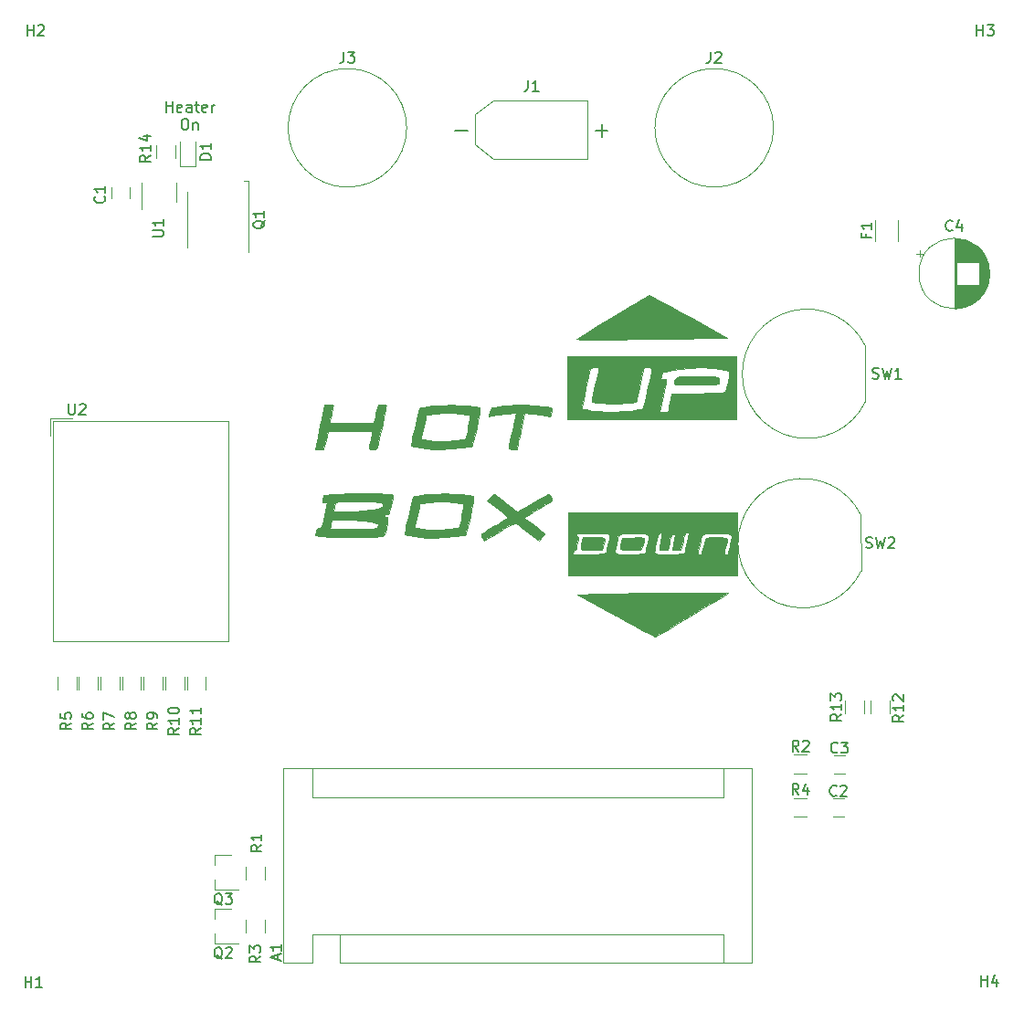
<source format=gto>
G04 #@! TF.GenerationSoftware,KiCad,Pcbnew,5.1.4+dfsg1-1*
G04 #@! TF.CreationDate,2020-08-20T21:45:12-05:00*
G04 #@! TF.ProjectId,HotBox,486f7442-6f78-42e6-9b69-6361645f7063,rev?*
G04 #@! TF.SameCoordinates,Original*
G04 #@! TF.FileFunction,Legend,Top*
G04 #@! TF.FilePolarity,Positive*
%FSLAX46Y46*%
G04 Gerber Fmt 4.6, Leading zero omitted, Abs format (unit mm)*
G04 Created by KiCad (PCBNEW 5.1.4+dfsg1-1) date 2020-08-20 21:45:12*
%MOMM*%
%LPD*%
G04 APERTURE LIST*
%ADD10C,0.150000*%
%ADD11C,0.010000*%
%ADD12C,0.120000*%
G04 APERTURE END LIST*
D10*
X115082523Y-57860380D02*
X115082523Y-56860380D01*
X115082523Y-57336571D02*
X115653952Y-57336571D01*
X115653952Y-57860380D02*
X115653952Y-56860380D01*
X116511095Y-57812761D02*
X116415857Y-57860380D01*
X116225380Y-57860380D01*
X116130142Y-57812761D01*
X116082523Y-57717523D01*
X116082523Y-57336571D01*
X116130142Y-57241333D01*
X116225380Y-57193714D01*
X116415857Y-57193714D01*
X116511095Y-57241333D01*
X116558714Y-57336571D01*
X116558714Y-57431809D01*
X116082523Y-57527047D01*
X117415857Y-57860380D02*
X117415857Y-57336571D01*
X117368238Y-57241333D01*
X117273000Y-57193714D01*
X117082523Y-57193714D01*
X116987285Y-57241333D01*
X117415857Y-57812761D02*
X117320619Y-57860380D01*
X117082523Y-57860380D01*
X116987285Y-57812761D01*
X116939666Y-57717523D01*
X116939666Y-57622285D01*
X116987285Y-57527047D01*
X117082523Y-57479428D01*
X117320619Y-57479428D01*
X117415857Y-57431809D01*
X117749190Y-57193714D02*
X118130142Y-57193714D01*
X117892047Y-56860380D02*
X117892047Y-57717523D01*
X117939666Y-57812761D01*
X118034904Y-57860380D01*
X118130142Y-57860380D01*
X118844428Y-57812761D02*
X118749190Y-57860380D01*
X118558714Y-57860380D01*
X118463476Y-57812761D01*
X118415857Y-57717523D01*
X118415857Y-57336571D01*
X118463476Y-57241333D01*
X118558714Y-57193714D01*
X118749190Y-57193714D01*
X118844428Y-57241333D01*
X118892047Y-57336571D01*
X118892047Y-57431809D01*
X118415857Y-57527047D01*
X119320619Y-57860380D02*
X119320619Y-57193714D01*
X119320619Y-57384190D02*
X119368238Y-57288952D01*
X119415857Y-57241333D01*
X119511095Y-57193714D01*
X119606333Y-57193714D01*
X116725380Y-58510380D02*
X116915857Y-58510380D01*
X117011095Y-58558000D01*
X117106333Y-58653238D01*
X117153952Y-58843714D01*
X117153952Y-59177047D01*
X117106333Y-59367523D01*
X117011095Y-59462761D01*
X116915857Y-59510380D01*
X116725380Y-59510380D01*
X116630142Y-59462761D01*
X116534904Y-59367523D01*
X116487285Y-59177047D01*
X116487285Y-58843714D01*
X116534904Y-58653238D01*
X116630142Y-58558000D01*
X116725380Y-58510380D01*
X117582523Y-58843714D02*
X117582523Y-59510380D01*
X117582523Y-58938952D02*
X117630142Y-58891333D01*
X117725380Y-58843714D01*
X117868238Y-58843714D01*
X117963476Y-58891333D01*
X118011095Y-58986571D01*
X118011095Y-59510380D01*
D11*
G36*
X152299000Y-95006334D02*
G01*
X167962333Y-95006334D01*
X167962333Y-96869000D01*
X163541862Y-96869000D01*
X163346048Y-96869000D01*
X163252280Y-96883249D01*
X163180473Y-96946171D01*
X163116368Y-97088026D01*
X163045703Y-97339078D01*
X162967000Y-97673334D01*
X162783766Y-98477667D01*
X162365770Y-98477667D01*
X162118698Y-98471442D01*
X162002316Y-98439685D01*
X161978086Y-98362771D01*
X161991660Y-98287167D01*
X162033409Y-98104369D01*
X162097123Y-97823713D01*
X162155097Y-97567500D01*
X162274649Y-97038334D01*
X162076845Y-97038334D01*
X161976500Y-97053740D01*
X161902290Y-97121606D01*
X161837733Y-97274405D01*
X161766345Y-97544612D01*
X161722276Y-97736834D01*
X161565511Y-98435334D01*
X161165589Y-98461139D01*
X160953955Y-98468873D01*
X160826974Y-98439582D01*
X160774684Y-98344333D01*
X160787124Y-98154194D01*
X160854333Y-97840231D01*
X160894360Y-97673334D01*
X160977947Y-97300696D01*
X161010894Y-97062154D01*
X160991729Y-96929768D01*
X160918977Y-96875594D01*
X160851946Y-96869000D01*
X160693664Y-96944341D01*
X160634504Y-97067110D01*
X160632490Y-97075544D01*
X159806851Y-97075544D01*
X159802065Y-97062511D01*
X159661959Y-97005776D01*
X159391154Y-96960195D01*
X159027983Y-96926762D01*
X158610775Y-96906469D01*
X158177861Y-96900309D01*
X157767572Y-96909274D01*
X157418238Y-96934357D01*
X157168190Y-96976550D01*
X157117524Y-96992985D01*
X157058685Y-97066623D01*
X156157616Y-97066623D01*
X156157125Y-97065229D01*
X156102414Y-97004584D01*
X155978244Y-96959657D01*
X155765030Y-96928701D01*
X155443183Y-96909973D01*
X154993118Y-96901728D01*
X154395249Y-96902220D01*
X154332063Y-96902643D01*
X153849452Y-96907943D01*
X153510422Y-96918008D01*
X153289228Y-96936058D01*
X153160125Y-96965310D01*
X153097366Y-97008981D01*
X153077021Y-97059500D01*
X153110128Y-97185442D01*
X153187497Y-97207667D01*
X153288959Y-97261979D01*
X153284398Y-97355834D01*
X153244135Y-97517565D01*
X153184511Y-97778724D01*
X153138220Y-97990834D01*
X153064968Y-98256537D01*
X152984500Y-98431773D01*
X152929585Y-98477667D01*
X152814564Y-98550242D01*
X152735184Y-98719935D01*
X152722333Y-98823259D01*
X152801297Y-98863433D01*
X153016799Y-98889263D01*
X153336759Y-98901921D01*
X153729096Y-98902580D01*
X154161726Y-98892415D01*
X154602570Y-98872597D01*
X155019544Y-98844300D01*
X155380569Y-98808697D01*
X155653561Y-98766962D01*
X155806439Y-98720268D01*
X155820253Y-98709970D01*
X155866009Y-98600106D01*
X155928657Y-98370104D01*
X155998549Y-98067067D01*
X156066039Y-97738098D01*
X156121479Y-97430299D01*
X156155220Y-97190773D01*
X156157616Y-97066623D01*
X157058685Y-97066623D01*
X157025254Y-97108461D01*
X156924553Y-97387145D01*
X156814423Y-97831844D01*
X156806753Y-97867313D01*
X156735299Y-98217422D01*
X156684566Y-98500116D01*
X156660787Y-98678471D01*
X156662706Y-98720929D01*
X156816197Y-98787593D01*
X157099476Y-98836221D01*
X157473983Y-98866989D01*
X157901156Y-98880077D01*
X158342433Y-98875662D01*
X158759253Y-98853923D01*
X159113053Y-98815037D01*
X159365273Y-98759182D01*
X159462890Y-98707999D01*
X159508381Y-98600779D01*
X159570422Y-98377173D01*
X159639811Y-98081816D01*
X159707348Y-97759342D01*
X159763834Y-97454382D01*
X159800068Y-97211572D01*
X159806851Y-97075544D01*
X160632490Y-97075544D01*
X160554629Y-97401518D01*
X160474463Y-97764079D01*
X160401720Y-98116070D01*
X160344114Y-98418771D01*
X160309357Y-98633460D01*
X160304996Y-98721255D01*
X160457335Y-98789595D01*
X160739515Y-98839236D01*
X161113106Y-98870411D01*
X161539678Y-98883351D01*
X161980800Y-98878289D01*
X162398042Y-98855458D01*
X162752974Y-98815091D01*
X163007165Y-98757420D01*
X163107256Y-98704300D01*
X163144084Y-98606158D01*
X163205796Y-98378510D01*
X163283069Y-98057693D01*
X163348997Y-97762212D01*
X163541862Y-96869000D01*
X167962333Y-96869000D01*
X167962333Y-97126504D01*
X167508931Y-97126504D01*
X167502710Y-97058489D01*
X167361801Y-97001665D01*
X167090181Y-96957393D01*
X166726068Y-96926524D01*
X166307682Y-96909911D01*
X165873241Y-96908405D01*
X165460962Y-96922858D01*
X165109064Y-96954123D01*
X164867037Y-96999730D01*
X164803445Y-97025864D01*
X164749269Y-97078591D01*
X164697730Y-97179973D01*
X164642050Y-97352072D01*
X164575450Y-97616950D01*
X164491153Y-97996668D01*
X164382380Y-98513290D01*
X164341426Y-98710500D01*
X164342101Y-98854535D01*
X164457419Y-98899722D01*
X164506087Y-98901000D01*
X164606244Y-98888146D01*
X164679015Y-98828335D01*
X164739795Y-98689692D01*
X164803977Y-98440343D01*
X164863886Y-98160167D01*
X164942727Y-97822736D01*
X165022882Y-97550475D01*
X165091359Y-97385083D01*
X165114095Y-97357130D01*
X165242961Y-97328252D01*
X165494697Y-97308622D01*
X165823090Y-97298213D01*
X166181931Y-97296996D01*
X166525010Y-97304943D01*
X166806115Y-97322026D01*
X166979037Y-97348216D01*
X167003624Y-97358290D01*
X167045516Y-97437943D01*
X167040431Y-97612507D01*
X166986175Y-97908743D01*
X166943016Y-98097827D01*
X166855766Y-98467112D01*
X166806590Y-98701616D01*
X166796683Y-98831823D01*
X166827242Y-98888222D01*
X166899463Y-98901298D01*
X166974533Y-98901000D01*
X167064487Y-98888685D01*
X167133513Y-98832466D01*
X167194155Y-98703438D01*
X167258958Y-98472694D01*
X167340467Y-98111327D01*
X167363150Y-98005506D01*
X167436397Y-97636752D01*
X167486767Y-97331697D01*
X167508931Y-97126504D01*
X167962333Y-97126504D01*
X167962333Y-100848334D01*
X152299000Y-100848334D01*
X152299000Y-95006334D01*
X152299000Y-95006334D01*
G37*
X152299000Y-95006334D02*
X167962333Y-95006334D01*
X167962333Y-96869000D01*
X163541862Y-96869000D01*
X163346048Y-96869000D01*
X163252280Y-96883249D01*
X163180473Y-96946171D01*
X163116368Y-97088026D01*
X163045703Y-97339078D01*
X162967000Y-97673334D01*
X162783766Y-98477667D01*
X162365770Y-98477667D01*
X162118698Y-98471442D01*
X162002316Y-98439685D01*
X161978086Y-98362771D01*
X161991660Y-98287167D01*
X162033409Y-98104369D01*
X162097123Y-97823713D01*
X162155097Y-97567500D01*
X162274649Y-97038334D01*
X162076845Y-97038334D01*
X161976500Y-97053740D01*
X161902290Y-97121606D01*
X161837733Y-97274405D01*
X161766345Y-97544612D01*
X161722276Y-97736834D01*
X161565511Y-98435334D01*
X161165589Y-98461139D01*
X160953955Y-98468873D01*
X160826974Y-98439582D01*
X160774684Y-98344333D01*
X160787124Y-98154194D01*
X160854333Y-97840231D01*
X160894360Y-97673334D01*
X160977947Y-97300696D01*
X161010894Y-97062154D01*
X160991729Y-96929768D01*
X160918977Y-96875594D01*
X160851946Y-96869000D01*
X160693664Y-96944341D01*
X160634504Y-97067110D01*
X160632490Y-97075544D01*
X159806851Y-97075544D01*
X159802065Y-97062511D01*
X159661959Y-97005776D01*
X159391154Y-96960195D01*
X159027983Y-96926762D01*
X158610775Y-96906469D01*
X158177861Y-96900309D01*
X157767572Y-96909274D01*
X157418238Y-96934357D01*
X157168190Y-96976550D01*
X157117524Y-96992985D01*
X157058685Y-97066623D01*
X156157616Y-97066623D01*
X156157125Y-97065229D01*
X156102414Y-97004584D01*
X155978244Y-96959657D01*
X155765030Y-96928701D01*
X155443183Y-96909973D01*
X154993118Y-96901728D01*
X154395249Y-96902220D01*
X154332063Y-96902643D01*
X153849452Y-96907943D01*
X153510422Y-96918008D01*
X153289228Y-96936058D01*
X153160125Y-96965310D01*
X153097366Y-97008981D01*
X153077021Y-97059500D01*
X153110128Y-97185442D01*
X153187497Y-97207667D01*
X153288959Y-97261979D01*
X153284398Y-97355834D01*
X153244135Y-97517565D01*
X153184511Y-97778724D01*
X153138220Y-97990834D01*
X153064968Y-98256537D01*
X152984500Y-98431773D01*
X152929585Y-98477667D01*
X152814564Y-98550242D01*
X152735184Y-98719935D01*
X152722333Y-98823259D01*
X152801297Y-98863433D01*
X153016799Y-98889263D01*
X153336759Y-98901921D01*
X153729096Y-98902580D01*
X154161726Y-98892415D01*
X154602570Y-98872597D01*
X155019544Y-98844300D01*
X155380569Y-98808697D01*
X155653561Y-98766962D01*
X155806439Y-98720268D01*
X155820253Y-98709970D01*
X155866009Y-98600106D01*
X155928657Y-98370104D01*
X155998549Y-98067067D01*
X156066039Y-97738098D01*
X156121479Y-97430299D01*
X156155220Y-97190773D01*
X156157616Y-97066623D01*
X157058685Y-97066623D01*
X157025254Y-97108461D01*
X156924553Y-97387145D01*
X156814423Y-97831844D01*
X156806753Y-97867313D01*
X156735299Y-98217422D01*
X156684566Y-98500116D01*
X156660787Y-98678471D01*
X156662706Y-98720929D01*
X156816197Y-98787593D01*
X157099476Y-98836221D01*
X157473983Y-98866989D01*
X157901156Y-98880077D01*
X158342433Y-98875662D01*
X158759253Y-98853923D01*
X159113053Y-98815037D01*
X159365273Y-98759182D01*
X159462890Y-98707999D01*
X159508381Y-98600779D01*
X159570422Y-98377173D01*
X159639811Y-98081816D01*
X159707348Y-97759342D01*
X159763834Y-97454382D01*
X159800068Y-97211572D01*
X159806851Y-97075544D01*
X160632490Y-97075544D01*
X160554629Y-97401518D01*
X160474463Y-97764079D01*
X160401720Y-98116070D01*
X160344114Y-98418771D01*
X160309357Y-98633460D01*
X160304996Y-98721255D01*
X160457335Y-98789595D01*
X160739515Y-98839236D01*
X161113106Y-98870411D01*
X161539678Y-98883351D01*
X161980800Y-98878289D01*
X162398042Y-98855458D01*
X162752974Y-98815091D01*
X163007165Y-98757420D01*
X163107256Y-98704300D01*
X163144084Y-98606158D01*
X163205796Y-98378510D01*
X163283069Y-98057693D01*
X163348997Y-97762212D01*
X163541862Y-96869000D01*
X167962333Y-96869000D01*
X167962333Y-97126504D01*
X167508931Y-97126504D01*
X167502710Y-97058489D01*
X167361801Y-97001665D01*
X167090181Y-96957393D01*
X166726068Y-96926524D01*
X166307682Y-96909911D01*
X165873241Y-96908405D01*
X165460962Y-96922858D01*
X165109064Y-96954123D01*
X164867037Y-96999730D01*
X164803445Y-97025864D01*
X164749269Y-97078591D01*
X164697730Y-97179973D01*
X164642050Y-97352072D01*
X164575450Y-97616950D01*
X164491153Y-97996668D01*
X164382380Y-98513290D01*
X164341426Y-98710500D01*
X164342101Y-98854535D01*
X164457419Y-98899722D01*
X164506087Y-98901000D01*
X164606244Y-98888146D01*
X164679015Y-98828335D01*
X164739795Y-98689692D01*
X164803977Y-98440343D01*
X164863886Y-98160167D01*
X164942727Y-97822736D01*
X165022882Y-97550475D01*
X165091359Y-97385083D01*
X165114095Y-97357130D01*
X165242961Y-97328252D01*
X165494697Y-97308622D01*
X165823090Y-97298213D01*
X166181931Y-97296996D01*
X166525010Y-97304943D01*
X166806115Y-97322026D01*
X166979037Y-97348216D01*
X167003624Y-97358290D01*
X167045516Y-97437943D01*
X167040431Y-97612507D01*
X166986175Y-97908743D01*
X166943016Y-98097827D01*
X166855766Y-98467112D01*
X166806590Y-98701616D01*
X166796683Y-98831823D01*
X166827242Y-98888222D01*
X166899463Y-98901298D01*
X166974533Y-98901000D01*
X167064487Y-98888685D01*
X167133513Y-98832466D01*
X167194155Y-98703438D01*
X167258958Y-98472694D01*
X167340467Y-98111327D01*
X167363150Y-98005506D01*
X167436397Y-97636752D01*
X167486767Y-97331697D01*
X167508931Y-97126504D01*
X167962333Y-97126504D01*
X167962333Y-100848334D01*
X152299000Y-100848334D01*
X152299000Y-95006334D01*
G36*
X160309438Y-106481375D02*
G01*
X160093531Y-106367770D01*
X159758531Y-106188089D01*
X159319000Y-105950239D01*
X158789500Y-105662125D01*
X158184594Y-105331651D01*
X157518844Y-104966723D01*
X156806813Y-104575247D01*
X156765504Y-104552501D01*
X153190928Y-102584000D01*
X155221464Y-102530207D01*
X155899307Y-102513850D01*
X156656391Y-102498395D01*
X157477459Y-102483947D01*
X158347256Y-102470609D01*
X159250526Y-102458485D01*
X160172014Y-102447679D01*
X161096463Y-102438293D01*
X162008618Y-102430434D01*
X162893224Y-102424203D01*
X163735025Y-102419706D01*
X164518765Y-102417045D01*
X165229188Y-102416324D01*
X165851039Y-102417648D01*
X166369062Y-102421121D01*
X166768002Y-102426845D01*
X167032603Y-102434925D01*
X167147608Y-102445465D01*
X167150766Y-102449028D01*
X167060799Y-102509400D01*
X166844908Y-102644836D01*
X166520610Y-102844781D01*
X166105425Y-103098682D01*
X165616870Y-103395985D01*
X165072466Y-103726136D01*
X164489730Y-104078580D01*
X163886181Y-104442763D01*
X163279338Y-104808132D01*
X162686719Y-105164132D01*
X162125845Y-105500209D01*
X161614232Y-105805809D01*
X161169400Y-106070379D01*
X160808868Y-106283363D01*
X160550155Y-106434208D01*
X160410778Y-106512360D01*
X160391690Y-106521001D01*
X160309438Y-106481375D01*
X160309438Y-106481375D01*
G37*
X160309438Y-106481375D02*
X160093531Y-106367770D01*
X159758531Y-106188089D01*
X159319000Y-105950239D01*
X158789500Y-105662125D01*
X158184594Y-105331651D01*
X157518844Y-104966723D01*
X156806813Y-104575247D01*
X156765504Y-104552501D01*
X153190928Y-102584000D01*
X155221464Y-102530207D01*
X155899307Y-102513850D01*
X156656391Y-102498395D01*
X157477459Y-102483947D01*
X158347256Y-102470609D01*
X159250526Y-102458485D01*
X160172014Y-102447679D01*
X161096463Y-102438293D01*
X162008618Y-102430434D01*
X162893224Y-102424203D01*
X163735025Y-102419706D01*
X164518765Y-102417045D01*
X165229188Y-102416324D01*
X165851039Y-102417648D01*
X166369062Y-102421121D01*
X166768002Y-102426845D01*
X167032603Y-102434925D01*
X167147608Y-102445465D01*
X167150766Y-102449028D01*
X167060799Y-102509400D01*
X166844908Y-102644836D01*
X166520610Y-102844781D01*
X166105425Y-103098682D01*
X165616870Y-103395985D01*
X165072466Y-103726136D01*
X164489730Y-104078580D01*
X163886181Y-104442763D01*
X163279338Y-104808132D01*
X162686719Y-105164132D01*
X162125845Y-105500209D01*
X161614232Y-105805809D01*
X161169400Y-106070379D01*
X160808868Y-106283363D01*
X160550155Y-106434208D01*
X160410778Y-106512360D01*
X160391690Y-106521001D01*
X160309438Y-106481375D01*
G36*
X157760224Y-98473573D02*
G01*
X157456955Y-98448419D01*
X157242349Y-98409184D01*
X157160172Y-98362537D01*
X157155259Y-98220668D01*
X157189813Y-97978932D01*
X157231475Y-97791037D01*
X157346958Y-97334667D01*
X158319992Y-97310958D01*
X158709247Y-97305691D01*
X159033544Y-97309247D01*
X159257146Y-97320704D01*
X159343154Y-97337377D01*
X159351874Y-97439909D01*
X159324373Y-97648113D01*
X159272570Y-97905316D01*
X159208385Y-98154846D01*
X159143737Y-98340029D01*
X159124474Y-98377132D01*
X159013049Y-98427098D01*
X158778567Y-98461410D01*
X158463374Y-98480383D01*
X158109811Y-98484333D01*
X157760224Y-98473573D01*
X157760224Y-98473573D01*
G37*
X157760224Y-98473573D02*
X157456955Y-98448419D01*
X157242349Y-98409184D01*
X157160172Y-98362537D01*
X157155259Y-98220668D01*
X157189813Y-97978932D01*
X157231475Y-97791037D01*
X157346958Y-97334667D01*
X158319992Y-97310958D01*
X158709247Y-97305691D01*
X159033544Y-97309247D01*
X159257146Y-97320704D01*
X159343154Y-97337377D01*
X159351874Y-97439909D01*
X159324373Y-97648113D01*
X159272570Y-97905316D01*
X159208385Y-98154846D01*
X159143737Y-98340029D01*
X159124474Y-98377132D01*
X159013049Y-98427098D01*
X158778567Y-98461410D01*
X158463374Y-98480383D01*
X158109811Y-98484333D01*
X157760224Y-98473573D01*
G36*
X153742410Y-98464899D02*
G01*
X153570109Y-98423830D01*
X153497528Y-98327319D01*
X153501472Y-98155750D01*
X153558750Y-97889503D01*
X153599927Y-97715667D01*
X153708346Y-97250000D01*
X154379506Y-97239300D01*
X154753495Y-97240937D01*
X155108971Y-97255276D01*
X155373607Y-97279285D01*
X155389333Y-97281634D01*
X155604643Y-97326116D01*
X155694933Y-97396684D01*
X155703670Y-97536343D01*
X155698191Y-97587207D01*
X155649506Y-97848781D01*
X155573259Y-98130493D01*
X155570968Y-98137541D01*
X155473554Y-98435334D01*
X154478943Y-98459187D01*
X154037624Y-98470146D01*
X153742410Y-98464899D01*
X153742410Y-98464899D01*
G37*
X153742410Y-98464899D02*
X153570109Y-98423830D01*
X153497528Y-98327319D01*
X153501472Y-98155750D01*
X153558750Y-97889503D01*
X153599927Y-97715667D01*
X153708346Y-97250000D01*
X154379506Y-97239300D01*
X154753495Y-97240937D01*
X155108971Y-97255276D01*
X155373607Y-97279285D01*
X155389333Y-97281634D01*
X155604643Y-97326116D01*
X155694933Y-97396684D01*
X155703670Y-97536343D01*
X155698191Y-97587207D01*
X155649506Y-97848781D01*
X155573259Y-98130493D01*
X155570968Y-98137541D01*
X155473554Y-98435334D01*
X154478943Y-98459187D01*
X154037624Y-98470146D01*
X153742410Y-98464899D01*
G36*
X167947000Y-86359666D02*
G01*
X152283667Y-86359666D01*
X152283667Y-85682333D01*
X160777613Y-85682333D01*
X161180579Y-85682333D01*
X161425664Y-85674626D01*
X161552905Y-85630986D01*
X161613715Y-85520634D01*
X161640201Y-85407166D01*
X161688654Y-85177888D01*
X161757578Y-84858864D01*
X161820189Y-84573071D01*
X161943521Y-84014142D01*
X164035094Y-83959998D01*
X164637318Y-83942698D01*
X165204288Y-83923216D01*
X165707212Y-83902791D01*
X166117294Y-83882663D01*
X166405740Y-83864069D01*
X166514955Y-83853314D01*
X166903243Y-83800773D01*
X167114245Y-82837642D01*
X167208071Y-82418363D01*
X167261073Y-82135267D01*
X167257699Y-81957101D01*
X167182400Y-81852610D01*
X167019626Y-81790542D01*
X166753826Y-81739642D01*
X166550000Y-81703599D01*
X165665248Y-81590180D01*
X164678976Y-81549790D01*
X163641746Y-81581002D01*
X162604124Y-81682385D01*
X161668107Y-81841545D01*
X161342953Y-81912871D01*
X161144919Y-81973955D01*
X161035398Y-82049311D01*
X160975782Y-82163457D01*
X160936277Y-82306270D01*
X160853005Y-82634333D01*
X161140336Y-82634333D01*
X161332750Y-82640179D01*
X161426022Y-82654496D01*
X161427667Y-82656912D01*
X161410639Y-82742767D01*
X161363326Y-82967571D01*
X161291386Y-83304797D01*
X161200476Y-83727917D01*
X161102640Y-84180912D01*
X160777613Y-85682333D01*
X152283667Y-85682333D01*
X152283667Y-85333793D01*
X153623572Y-85333793D01*
X153627667Y-85362809D01*
X153730641Y-85399428D01*
X153963918Y-85450177D01*
X154289852Y-85507578D01*
X154571876Y-85550411D01*
X155166748Y-85610073D01*
X155871096Y-85641257D01*
X156627580Y-85644567D01*
X157378858Y-85620609D01*
X158067590Y-85569988D01*
X158549000Y-85508428D01*
X158862190Y-85451420D01*
X159108262Y-85396003D01*
X159240791Y-85352843D01*
X159248452Y-85347704D01*
X159282046Y-85254333D01*
X159343558Y-85024504D01*
X159426438Y-84687547D01*
X159524139Y-84272793D01*
X159630113Y-83809574D01*
X159737812Y-83327219D01*
X159840687Y-82855059D01*
X159932192Y-82422426D01*
X160005777Y-82058649D01*
X160054895Y-81793060D01*
X160072998Y-81654989D01*
X160073000Y-81654291D01*
X160013849Y-81572373D01*
X159821196Y-81536665D01*
X159700499Y-81533666D01*
X159327998Y-81533666D01*
X159194358Y-82147500D01*
X159118907Y-82496074D01*
X159022823Y-82942836D01*
X158920593Y-83420325D01*
X158857111Y-83718025D01*
X158774085Y-84098154D01*
X158701360Y-84412724D01*
X158647117Y-84627534D01*
X158620404Y-84707818D01*
X158513552Y-84741028D01*
X158277230Y-84780085D01*
X157951011Y-84820909D01*
X157574466Y-84859419D01*
X157187169Y-84891536D01*
X156828691Y-84913179D01*
X156559334Y-84920333D01*
X156296999Y-84912577D01*
X155958416Y-84891861D01*
X155583527Y-84862010D01*
X155212274Y-84826849D01*
X154884600Y-84790204D01*
X154640445Y-84755901D01*
X154519752Y-84727765D01*
X154514975Y-84724530D01*
X154526797Y-84640762D01*
X154569568Y-84417757D01*
X154637966Y-84081681D01*
X154726668Y-83658700D01*
X154828310Y-83184404D01*
X154933104Y-82697102D01*
X155024392Y-82266825D01*
X155096472Y-81920937D01*
X155143638Y-81686802D01*
X155160183Y-81592527D01*
X155085981Y-81557541D01*
X154894988Y-81545524D01*
X154766703Y-81550194D01*
X154371072Y-81576000D01*
X153970660Y-83438666D01*
X153857721Y-83978036D01*
X153762205Y-84461570D01*
X153688449Y-84864931D01*
X153640792Y-85163784D01*
X153623572Y-85333793D01*
X152283667Y-85333793D01*
X152283667Y-80517666D01*
X167947000Y-80517666D01*
X167947000Y-86359666D01*
X167947000Y-86359666D01*
G37*
X167947000Y-86359666D02*
X152283667Y-86359666D01*
X152283667Y-85682333D01*
X160777613Y-85682333D01*
X161180579Y-85682333D01*
X161425664Y-85674626D01*
X161552905Y-85630986D01*
X161613715Y-85520634D01*
X161640201Y-85407166D01*
X161688654Y-85177888D01*
X161757578Y-84858864D01*
X161820189Y-84573071D01*
X161943521Y-84014142D01*
X164035094Y-83959998D01*
X164637318Y-83942698D01*
X165204288Y-83923216D01*
X165707212Y-83902791D01*
X166117294Y-83882663D01*
X166405740Y-83864069D01*
X166514955Y-83853314D01*
X166903243Y-83800773D01*
X167114245Y-82837642D01*
X167208071Y-82418363D01*
X167261073Y-82135267D01*
X167257699Y-81957101D01*
X167182400Y-81852610D01*
X167019626Y-81790542D01*
X166753826Y-81739642D01*
X166550000Y-81703599D01*
X165665248Y-81590180D01*
X164678976Y-81549790D01*
X163641746Y-81581002D01*
X162604124Y-81682385D01*
X161668107Y-81841545D01*
X161342953Y-81912871D01*
X161144919Y-81973955D01*
X161035398Y-82049311D01*
X160975782Y-82163457D01*
X160936277Y-82306270D01*
X160853005Y-82634333D01*
X161140336Y-82634333D01*
X161332750Y-82640179D01*
X161426022Y-82654496D01*
X161427667Y-82656912D01*
X161410639Y-82742767D01*
X161363326Y-82967571D01*
X161291386Y-83304797D01*
X161200476Y-83727917D01*
X161102640Y-84180912D01*
X160777613Y-85682333D01*
X152283667Y-85682333D01*
X152283667Y-85333793D01*
X153623572Y-85333793D01*
X153627667Y-85362809D01*
X153730641Y-85399428D01*
X153963918Y-85450177D01*
X154289852Y-85507578D01*
X154571876Y-85550411D01*
X155166748Y-85610073D01*
X155871096Y-85641257D01*
X156627580Y-85644567D01*
X157378858Y-85620609D01*
X158067590Y-85569988D01*
X158549000Y-85508428D01*
X158862190Y-85451420D01*
X159108262Y-85396003D01*
X159240791Y-85352843D01*
X159248452Y-85347704D01*
X159282046Y-85254333D01*
X159343558Y-85024504D01*
X159426438Y-84687547D01*
X159524139Y-84272793D01*
X159630113Y-83809574D01*
X159737812Y-83327219D01*
X159840687Y-82855059D01*
X159932192Y-82422426D01*
X160005777Y-82058649D01*
X160054895Y-81793060D01*
X160072998Y-81654989D01*
X160073000Y-81654291D01*
X160013849Y-81572373D01*
X159821196Y-81536665D01*
X159700499Y-81533666D01*
X159327998Y-81533666D01*
X159194358Y-82147500D01*
X159118907Y-82496074D01*
X159022823Y-82942836D01*
X158920593Y-83420325D01*
X158857111Y-83718025D01*
X158774085Y-84098154D01*
X158701360Y-84412724D01*
X158647117Y-84627534D01*
X158620404Y-84707818D01*
X158513552Y-84741028D01*
X158277230Y-84780085D01*
X157951011Y-84820909D01*
X157574466Y-84859419D01*
X157187169Y-84891536D01*
X156828691Y-84913179D01*
X156559334Y-84920333D01*
X156296999Y-84912577D01*
X155958416Y-84891861D01*
X155583527Y-84862010D01*
X155212274Y-84826849D01*
X154884600Y-84790204D01*
X154640445Y-84755901D01*
X154519752Y-84727765D01*
X154514975Y-84724530D01*
X154526797Y-84640762D01*
X154569568Y-84417757D01*
X154637966Y-84081681D01*
X154726668Y-83658700D01*
X154828310Y-83184404D01*
X154933104Y-82697102D01*
X155024392Y-82266825D01*
X155096472Y-81920937D01*
X155143638Y-81686802D01*
X155160183Y-81592527D01*
X155085981Y-81557541D01*
X154894988Y-81545524D01*
X154766703Y-81550194D01*
X154371072Y-81576000D01*
X153970660Y-83438666D01*
X153857721Y-83978036D01*
X153762205Y-84461570D01*
X153688449Y-84864931D01*
X153640792Y-85163784D01*
X153623572Y-85333793D01*
X152283667Y-85333793D01*
X152283667Y-80517666D01*
X167947000Y-80517666D01*
X167947000Y-86359666D01*
G36*
X159936562Y-74884625D02*
G01*
X160152469Y-74998230D01*
X160487469Y-75177911D01*
X160927000Y-75415761D01*
X161456500Y-75703875D01*
X162061406Y-76034349D01*
X162727156Y-76399277D01*
X163439187Y-76790753D01*
X163480496Y-76813499D01*
X167055072Y-78782000D01*
X165024536Y-78835793D01*
X164346693Y-78852150D01*
X163589609Y-78867605D01*
X162768541Y-78882053D01*
X161898744Y-78895391D01*
X160995474Y-78907515D01*
X160073986Y-78918321D01*
X159149537Y-78927707D01*
X158237382Y-78935566D01*
X157352776Y-78941797D01*
X156510975Y-78946294D01*
X155727235Y-78948955D01*
X155016812Y-78949676D01*
X154394961Y-78948352D01*
X153876938Y-78944879D01*
X153477998Y-78939155D01*
X153213397Y-78931075D01*
X153098392Y-78920535D01*
X153095234Y-78916972D01*
X153185201Y-78856600D01*
X153401092Y-78721164D01*
X153725390Y-78521219D01*
X154140575Y-78267318D01*
X154629130Y-77970015D01*
X155173534Y-77639864D01*
X155756270Y-77287420D01*
X156359819Y-76923237D01*
X156966662Y-76557868D01*
X157559281Y-76201868D01*
X158120155Y-75865791D01*
X158631768Y-75560191D01*
X159076600Y-75295621D01*
X159437132Y-75082637D01*
X159695845Y-74931792D01*
X159835222Y-74853640D01*
X159854310Y-74844999D01*
X159936562Y-74884625D01*
X159936562Y-74884625D01*
G37*
X159936562Y-74884625D02*
X160152469Y-74998230D01*
X160487469Y-75177911D01*
X160927000Y-75415761D01*
X161456500Y-75703875D01*
X162061406Y-76034349D01*
X162727156Y-76399277D01*
X163439187Y-76790753D01*
X163480496Y-76813499D01*
X167055072Y-78782000D01*
X165024536Y-78835793D01*
X164346693Y-78852150D01*
X163589609Y-78867605D01*
X162768541Y-78882053D01*
X161898744Y-78895391D01*
X160995474Y-78907515D01*
X160073986Y-78918321D01*
X159149537Y-78927707D01*
X158237382Y-78935566D01*
X157352776Y-78941797D01*
X156510975Y-78946294D01*
X155727235Y-78948955D01*
X155016812Y-78949676D01*
X154394961Y-78948352D01*
X153876938Y-78944879D01*
X153477998Y-78939155D01*
X153213397Y-78931075D01*
X153098392Y-78920535D01*
X153095234Y-78916972D01*
X153185201Y-78856600D01*
X153401092Y-78721164D01*
X153725390Y-78521219D01*
X154140575Y-78267318D01*
X154629130Y-77970015D01*
X155173534Y-77639864D01*
X155756270Y-77287420D01*
X156359819Y-76923237D01*
X156966662Y-76557868D01*
X157559281Y-76201868D01*
X158120155Y-75865791D01*
X158631768Y-75560191D01*
X159076600Y-75295621D01*
X159437132Y-75082637D01*
X159695845Y-74931792D01*
X159835222Y-74853640D01*
X159854310Y-74844999D01*
X159936562Y-74884625D01*
G36*
X164948718Y-82351714D02*
G01*
X165411861Y-82369753D01*
X165772634Y-82397668D01*
X165851500Y-82407592D01*
X166127285Y-82454407D01*
X166273869Y-82508279D01*
X166330745Y-82590969D01*
X166338334Y-82675834D01*
X166337710Y-82817895D01*
X166322995Y-82927751D01*
X166274922Y-83009538D01*
X166174226Y-83067390D01*
X166001640Y-83105441D01*
X165737898Y-83127827D01*
X165363733Y-83138681D01*
X164859879Y-83142139D01*
X164207071Y-83142335D01*
X164164570Y-83142333D01*
X163519438Y-83141630D01*
X163024476Y-83138587D01*
X162660524Y-83131807D01*
X162408419Y-83119891D01*
X162249003Y-83101439D01*
X162163113Y-83075054D01*
X162131589Y-83039335D01*
X162134910Y-82994166D01*
X162192970Y-82788298D01*
X162229544Y-82660048D01*
X162308562Y-82531590D01*
X162482983Y-82450213D01*
X162680762Y-82408957D01*
X162977196Y-82377914D01*
X163397446Y-82356649D01*
X163896274Y-82345181D01*
X164428444Y-82343529D01*
X164948718Y-82351714D01*
X164948718Y-82351714D01*
G37*
X164948718Y-82351714D02*
X165411861Y-82369753D01*
X165772634Y-82397668D01*
X165851500Y-82407592D01*
X166127285Y-82454407D01*
X166273869Y-82508279D01*
X166330745Y-82590969D01*
X166338334Y-82675834D01*
X166337710Y-82817895D01*
X166322995Y-82927751D01*
X166274922Y-83009538D01*
X166174226Y-83067390D01*
X166001640Y-83105441D01*
X165737898Y-83127827D01*
X165363733Y-83138681D01*
X164859879Y-83142139D01*
X164207071Y-83142335D01*
X164164570Y-83142333D01*
X163519438Y-83141630D01*
X163024476Y-83138587D01*
X162660524Y-83131807D01*
X162408419Y-83119891D01*
X162249003Y-83101439D01*
X162163113Y-83075054D01*
X162131589Y-83039335D01*
X162134910Y-82994166D01*
X162192970Y-82788298D01*
X162229544Y-82660048D01*
X162308562Y-82531590D01*
X162482983Y-82450213D01*
X162680762Y-82408957D01*
X162977196Y-82377914D01*
X163397446Y-82356649D01*
X163896274Y-82345181D01*
X164428444Y-82343529D01*
X164948718Y-82351714D01*
G36*
X145474266Y-93254779D02*
G01*
X145572582Y-93326523D01*
X145777129Y-93483765D01*
X146061890Y-93706248D01*
X146400847Y-93973716D01*
X146562233Y-94101848D01*
X146915432Y-94378017D01*
X147225935Y-94611836D01*
X147468109Y-94784686D01*
X147616323Y-94877950D01*
X147645930Y-94889000D01*
X147745505Y-94847558D01*
X147965513Y-94732331D01*
X148281371Y-94556961D01*
X148668498Y-94335093D01*
X149095075Y-94084667D01*
X149527089Y-93830604D01*
X149910656Y-93609535D01*
X150221540Y-93435066D01*
X150435506Y-93320799D01*
X150528037Y-93280333D01*
X150619927Y-93350101D01*
X150724564Y-93513472D01*
X150807088Y-93701544D01*
X150832639Y-93845416D01*
X150825243Y-93867752D01*
X150740087Y-93932660D01*
X150532648Y-94066244D01*
X150227714Y-94253253D01*
X149850075Y-94478437D01*
X149503703Y-94680786D01*
X149094405Y-94923219D01*
X148747525Y-95139146D01*
X148485145Y-95313945D01*
X148329348Y-95432992D01*
X148297420Y-95479609D01*
X148387460Y-95552195D01*
X148583192Y-95706794D01*
X148856671Y-95921424D01*
X149179953Y-96174101D01*
X149213333Y-96200137D01*
X149538583Y-96454322D01*
X149815366Y-96671627D01*
X150016246Y-96830440D01*
X150113786Y-96909149D01*
X150116910Y-96911882D01*
X150099722Y-96999236D01*
X149993982Y-97167343D01*
X149893181Y-97295213D01*
X149612542Y-97627093D01*
X148608604Y-96838675D01*
X148250529Y-96557508D01*
X147935757Y-96310415D01*
X147690229Y-96117754D01*
X147539887Y-95999885D01*
X147509696Y-95976276D01*
X147395681Y-95987468D01*
X147153153Y-96089335D01*
X146793142Y-96276629D01*
X146366696Y-96520435D01*
X145950566Y-96765606D01*
X145549763Y-97001273D01*
X145204869Y-97203606D01*
X144956467Y-97348773D01*
X144919584Y-97370215D01*
X144520503Y-97601855D01*
X144390418Y-97350299D01*
X144300805Y-97154799D01*
X144260506Y-97022998D01*
X144260333Y-97018507D01*
X144329717Y-96950216D01*
X144521047Y-96814749D01*
X144809089Y-96628670D01*
X145168609Y-96408540D01*
X145382166Y-96282174D01*
X145783627Y-96046438D01*
X146142056Y-95834212D01*
X146427770Y-95663205D01*
X146611084Y-95551126D01*
X146654042Y-95523420D01*
X146699769Y-95473520D01*
X146690250Y-95405294D01*
X146609232Y-95301517D01*
X146440463Y-95144964D01*
X146167688Y-94918411D01*
X145823954Y-94643692D01*
X144843823Y-93866620D01*
X145109845Y-93530741D01*
X145291762Y-93335105D01*
X145431816Y-93249983D01*
X145474266Y-93254779D01*
X145474266Y-93254779D01*
G37*
X145474266Y-93254779D02*
X145572582Y-93326523D01*
X145777129Y-93483765D01*
X146061890Y-93706248D01*
X146400847Y-93973716D01*
X146562233Y-94101848D01*
X146915432Y-94378017D01*
X147225935Y-94611836D01*
X147468109Y-94784686D01*
X147616323Y-94877950D01*
X147645930Y-94889000D01*
X147745505Y-94847558D01*
X147965513Y-94732331D01*
X148281371Y-94556961D01*
X148668498Y-94335093D01*
X149095075Y-94084667D01*
X149527089Y-93830604D01*
X149910656Y-93609535D01*
X150221540Y-93435066D01*
X150435506Y-93320799D01*
X150528037Y-93280333D01*
X150619927Y-93350101D01*
X150724564Y-93513472D01*
X150807088Y-93701544D01*
X150832639Y-93845416D01*
X150825243Y-93867752D01*
X150740087Y-93932660D01*
X150532648Y-94066244D01*
X150227714Y-94253253D01*
X149850075Y-94478437D01*
X149503703Y-94680786D01*
X149094405Y-94923219D01*
X148747525Y-95139146D01*
X148485145Y-95313945D01*
X148329348Y-95432992D01*
X148297420Y-95479609D01*
X148387460Y-95552195D01*
X148583192Y-95706794D01*
X148856671Y-95921424D01*
X149179953Y-96174101D01*
X149213333Y-96200137D01*
X149538583Y-96454322D01*
X149815366Y-96671627D01*
X150016246Y-96830440D01*
X150113786Y-96909149D01*
X150116910Y-96911882D01*
X150099722Y-96999236D01*
X149993982Y-97167343D01*
X149893181Y-97295213D01*
X149612542Y-97627093D01*
X148608604Y-96838675D01*
X148250529Y-96557508D01*
X147935757Y-96310415D01*
X147690229Y-96117754D01*
X147539887Y-95999885D01*
X147509696Y-95976276D01*
X147395681Y-95987468D01*
X147153153Y-96089335D01*
X146793142Y-96276629D01*
X146366696Y-96520435D01*
X145950566Y-96765606D01*
X145549763Y-97001273D01*
X145204869Y-97203606D01*
X144956467Y-97348773D01*
X144919584Y-97370215D01*
X144520503Y-97601855D01*
X144390418Y-97350299D01*
X144300805Y-97154799D01*
X144260506Y-97022998D01*
X144260333Y-97018507D01*
X144329717Y-96950216D01*
X144521047Y-96814749D01*
X144809089Y-96628670D01*
X145168609Y-96408540D01*
X145382166Y-96282174D01*
X145783627Y-96046438D01*
X146142056Y-95834212D01*
X146427770Y-95663205D01*
X146611084Y-95551126D01*
X146654042Y-95523420D01*
X146699769Y-95473520D01*
X146690250Y-95405294D01*
X146609232Y-95301517D01*
X146440463Y-95144964D01*
X146167688Y-94918411D01*
X145823954Y-94643692D01*
X144843823Y-93866620D01*
X145109845Y-93530741D01*
X145291762Y-93335105D01*
X145431816Y-93249983D01*
X145474266Y-93254779D01*
G36*
X133719074Y-93208933D02*
G01*
X134323728Y-93218900D01*
X134875967Y-93236327D01*
X135351765Y-93260839D01*
X135727098Y-93292063D01*
X135977939Y-93329626D01*
X136075886Y-93366831D01*
X136076878Y-93462706D01*
X136045858Y-93679290D01*
X135992005Y-93973045D01*
X135924498Y-94300434D01*
X135852516Y-94617917D01*
X135785236Y-94881957D01*
X135731838Y-95049016D01*
X135714437Y-95081338D01*
X135600546Y-95135045D01*
X135384036Y-95193599D01*
X135279595Y-95214585D01*
X134904666Y-95282494D01*
X135264500Y-95347189D01*
X135440939Y-95384915D01*
X135553307Y-95441873D01*
X135606891Y-95547129D01*
X135606981Y-95729751D01*
X135558865Y-96018805D01*
X135467832Y-96443358D01*
X135465703Y-96453010D01*
X135388906Y-96786635D01*
X135324966Y-96991536D01*
X135251986Y-97104717D01*
X135148063Y-97163180D01*
X135026056Y-97195858D01*
X134823872Y-97222933D01*
X134482204Y-97246732D01*
X134030877Y-97266873D01*
X133499716Y-97282972D01*
X132918547Y-97294646D01*
X132317195Y-97301514D01*
X131725483Y-97303192D01*
X131173238Y-97299296D01*
X130690284Y-97289446D01*
X130306446Y-97273256D01*
X130121000Y-97258821D01*
X129619969Y-97203482D01*
X129266956Y-97154813D01*
X129041027Y-97108096D01*
X128921250Y-97058612D01*
X128886692Y-97001644D01*
X128890113Y-96981386D01*
X128931135Y-96824625D01*
X128971135Y-96651437D01*
X129052260Y-96489048D01*
X130269576Y-96489048D01*
X130809121Y-96525581D01*
X131094934Y-96537377D01*
X131480008Y-96542592D01*
X131935006Y-96541952D01*
X132430593Y-96536183D01*
X132937431Y-96526012D01*
X133426183Y-96512166D01*
X133867515Y-96495371D01*
X134232088Y-96476353D01*
X134490568Y-96455840D01*
X134613616Y-96434559D01*
X134618693Y-96431224D01*
X134685776Y-96307610D01*
X134729129Y-96187706D01*
X134743429Y-96090947D01*
X134695611Y-96020640D01*
X134554604Y-95958466D01*
X134289338Y-95886105D01*
X134167145Y-95856365D01*
X133868788Y-95801503D01*
X133477163Y-95753969D01*
X133020547Y-95714573D01*
X132527221Y-95684125D01*
X132025462Y-95663435D01*
X131543550Y-95653314D01*
X131109762Y-95654570D01*
X130752378Y-95668016D01*
X130499676Y-95694459D01*
X130379934Y-95734712D01*
X130374068Y-95747704D01*
X130360248Y-95904018D01*
X130327549Y-96137616D01*
X130321356Y-96175857D01*
X130269576Y-96489048D01*
X129052260Y-96489048D01*
X129063804Y-96465941D01*
X129248188Y-96397437D01*
X129341778Y-96379163D01*
X129413417Y-96331887D01*
X129474141Y-96228707D01*
X129534990Y-96042718D01*
X129607002Y-95747018D01*
X129701214Y-95314705D01*
X129710770Y-95270000D01*
X129791458Y-94889000D01*
X130609773Y-94889000D01*
X131656553Y-94887533D01*
X132158332Y-94879638D01*
X132690734Y-94859463D01*
X133180725Y-94830325D01*
X133472222Y-94805034D01*
X133880638Y-94756473D01*
X134284174Y-94699283D01*
X134610968Y-94643881D01*
X134678722Y-94630152D01*
X134934670Y-94566981D01*
X135065047Y-94499006D01*
X135111465Y-94394536D01*
X135116333Y-94296918D01*
X135110536Y-94179756D01*
X135070679Y-94105595D01*
X134963061Y-94060192D01*
X134753983Y-94029300D01*
X134411019Y-93998782D01*
X134125587Y-93982799D01*
X133742460Y-93972355D01*
X133291716Y-93967089D01*
X132803429Y-93966643D01*
X132307676Y-93970656D01*
X131834533Y-93978769D01*
X131414076Y-93990621D01*
X131076380Y-94005853D01*
X130851521Y-94024105D01*
X130770912Y-94042333D01*
X130735126Y-94144296D01*
X130691078Y-94355372D01*
X130669639Y-94486833D01*
X130609773Y-94889000D01*
X129791458Y-94889000D01*
X129798050Y-94857874D01*
X129871110Y-94506099D01*
X129923251Y-94247439D01*
X129947774Y-94114657D01*
X129948788Y-94105833D01*
X129878270Y-94058877D01*
X129730577Y-94042333D01*
X129589286Y-94029473D01*
X129540120Y-93958641D01*
X129558427Y-93781460D01*
X129568795Y-93724833D01*
X129610889Y-93516727D01*
X129640996Y-93398317D01*
X129645054Y-93389885D01*
X129730826Y-93376909D01*
X129953292Y-93353857D01*
X130280324Y-93323803D01*
X130679795Y-93289824D01*
X130750465Y-93284052D01*
X131256814Y-93251122D01*
X131830875Y-93227519D01*
X132448622Y-93212869D01*
X133086030Y-93206798D01*
X133719074Y-93208933D01*
X133719074Y-93208933D01*
G37*
X133719074Y-93208933D02*
X134323728Y-93218900D01*
X134875967Y-93236327D01*
X135351765Y-93260839D01*
X135727098Y-93292063D01*
X135977939Y-93329626D01*
X136075886Y-93366831D01*
X136076878Y-93462706D01*
X136045858Y-93679290D01*
X135992005Y-93973045D01*
X135924498Y-94300434D01*
X135852516Y-94617917D01*
X135785236Y-94881957D01*
X135731838Y-95049016D01*
X135714437Y-95081338D01*
X135600546Y-95135045D01*
X135384036Y-95193599D01*
X135279595Y-95214585D01*
X134904666Y-95282494D01*
X135264500Y-95347189D01*
X135440939Y-95384915D01*
X135553307Y-95441873D01*
X135606891Y-95547129D01*
X135606981Y-95729751D01*
X135558865Y-96018805D01*
X135467832Y-96443358D01*
X135465703Y-96453010D01*
X135388906Y-96786635D01*
X135324966Y-96991536D01*
X135251986Y-97104717D01*
X135148063Y-97163180D01*
X135026056Y-97195858D01*
X134823872Y-97222933D01*
X134482204Y-97246732D01*
X134030877Y-97266873D01*
X133499716Y-97282972D01*
X132918547Y-97294646D01*
X132317195Y-97301514D01*
X131725483Y-97303192D01*
X131173238Y-97299296D01*
X130690284Y-97289446D01*
X130306446Y-97273256D01*
X130121000Y-97258821D01*
X129619969Y-97203482D01*
X129266956Y-97154813D01*
X129041027Y-97108096D01*
X128921250Y-97058612D01*
X128886692Y-97001644D01*
X128890113Y-96981386D01*
X128931135Y-96824625D01*
X128971135Y-96651437D01*
X129052260Y-96489048D01*
X130269576Y-96489048D01*
X130809121Y-96525581D01*
X131094934Y-96537377D01*
X131480008Y-96542592D01*
X131935006Y-96541952D01*
X132430593Y-96536183D01*
X132937431Y-96526012D01*
X133426183Y-96512166D01*
X133867515Y-96495371D01*
X134232088Y-96476353D01*
X134490568Y-96455840D01*
X134613616Y-96434559D01*
X134618693Y-96431224D01*
X134685776Y-96307610D01*
X134729129Y-96187706D01*
X134743429Y-96090947D01*
X134695611Y-96020640D01*
X134554604Y-95958466D01*
X134289338Y-95886105D01*
X134167145Y-95856365D01*
X133868788Y-95801503D01*
X133477163Y-95753969D01*
X133020547Y-95714573D01*
X132527221Y-95684125D01*
X132025462Y-95663435D01*
X131543550Y-95653314D01*
X131109762Y-95654570D01*
X130752378Y-95668016D01*
X130499676Y-95694459D01*
X130379934Y-95734712D01*
X130374068Y-95747704D01*
X130360248Y-95904018D01*
X130327549Y-96137616D01*
X130321356Y-96175857D01*
X130269576Y-96489048D01*
X129052260Y-96489048D01*
X129063804Y-96465941D01*
X129248188Y-96397437D01*
X129341778Y-96379163D01*
X129413417Y-96331887D01*
X129474141Y-96228707D01*
X129534990Y-96042718D01*
X129607002Y-95747018D01*
X129701214Y-95314705D01*
X129710770Y-95270000D01*
X129791458Y-94889000D01*
X130609773Y-94889000D01*
X131656553Y-94887533D01*
X132158332Y-94879638D01*
X132690734Y-94859463D01*
X133180725Y-94830325D01*
X133472222Y-94805034D01*
X133880638Y-94756473D01*
X134284174Y-94699283D01*
X134610968Y-94643881D01*
X134678722Y-94630152D01*
X134934670Y-94566981D01*
X135065047Y-94499006D01*
X135111465Y-94394536D01*
X135116333Y-94296918D01*
X135110536Y-94179756D01*
X135070679Y-94105595D01*
X134963061Y-94060192D01*
X134753983Y-94029300D01*
X134411019Y-93998782D01*
X134125587Y-93982799D01*
X133742460Y-93972355D01*
X133291716Y-93967089D01*
X132803429Y-93966643D01*
X132307676Y-93970656D01*
X131834533Y-93978769D01*
X131414076Y-93990621D01*
X131076380Y-94005853D01*
X130851521Y-94024105D01*
X130770912Y-94042333D01*
X130735126Y-94144296D01*
X130691078Y-94355372D01*
X130669639Y-94486833D01*
X130609773Y-94889000D01*
X129791458Y-94889000D01*
X129798050Y-94857874D01*
X129871110Y-94506099D01*
X129923251Y-94247439D01*
X129947774Y-94114657D01*
X129948788Y-94105833D01*
X129878270Y-94058877D01*
X129730577Y-94042333D01*
X129589286Y-94029473D01*
X129540120Y-93958641D01*
X129558427Y-93781460D01*
X129568795Y-93724833D01*
X129610889Y-93516727D01*
X129640996Y-93398317D01*
X129645054Y-93389885D01*
X129730826Y-93376909D01*
X129953292Y-93353857D01*
X130280324Y-93323803D01*
X130679795Y-93289824D01*
X130750465Y-93284052D01*
X131256814Y-93251122D01*
X131830875Y-93227519D01*
X132448622Y-93212869D01*
X133086030Y-93206798D01*
X133719074Y-93208933D01*
G36*
X140873666Y-93240131D02*
G01*
X141688316Y-93258868D01*
X142419843Y-93310475D01*
X143039778Y-93392176D01*
X143505464Y-93496924D01*
X143547271Y-93527652D01*
X143567410Y-93602899D01*
X143563141Y-93743433D01*
X143531724Y-93970023D01*
X143470419Y-94303435D01*
X143376488Y-94764440D01*
X143275087Y-95243395D01*
X143162329Y-95759643D01*
X143057288Y-96218867D01*
X142966206Y-96595471D01*
X142895326Y-96863860D01*
X142850891Y-96998441D01*
X142844622Y-97008201D01*
X142708194Y-97060084D01*
X142433551Y-97113559D01*
X142051766Y-97166273D01*
X141593911Y-97215875D01*
X141091059Y-97260014D01*
X140574282Y-97296339D01*
X140074653Y-97322498D01*
X139623245Y-97336140D01*
X139251130Y-97334913D01*
X138989381Y-97316466D01*
X138926333Y-97304708D01*
X138789827Y-97280083D01*
X138530455Y-97240671D01*
X138193314Y-97193175D01*
X138013323Y-97168975D01*
X137668671Y-97118692D01*
X137393847Y-97069778D01*
X137227602Y-97029580D01*
X137196658Y-97014148D01*
X137204292Y-96919706D01*
X137243350Y-96690499D01*
X137302324Y-96382997D01*
X138106613Y-96382997D01*
X138191499Y-96400942D01*
X138400486Y-96434206D01*
X138689812Y-96475859D01*
X138714666Y-96479284D01*
X139571350Y-96555066D01*
X140486919Y-96563706D01*
X141364604Y-96504737D01*
X141466684Y-96492608D01*
X141797518Y-96443344D01*
X142059496Y-96389754D01*
X142210454Y-96341026D01*
X142229544Y-96326374D01*
X142268076Y-96210562D01*
X142325665Y-95974618D01*
X142394797Y-95657144D01*
X142467960Y-95296743D01*
X142537638Y-94932019D01*
X142596320Y-94601575D01*
X142636492Y-94344013D01*
X142650640Y-94197939D01*
X142647401Y-94179440D01*
X142535056Y-94140992D01*
X142294068Y-94097309D01*
X141964843Y-94052933D01*
X141587787Y-94012409D01*
X141203309Y-93980278D01*
X140851816Y-93961084D01*
X140674819Y-93957667D01*
X140367308Y-93966226D01*
X139997755Y-93989182D01*
X139605471Y-94022452D01*
X139229770Y-94061953D01*
X138909962Y-94103602D01*
X138685362Y-94143317D01*
X138597728Y-94173383D01*
X138568660Y-94262422D01*
X138513915Y-94477709D01*
X138441796Y-94781880D01*
X138360609Y-95137569D01*
X138278658Y-95507411D01*
X138204249Y-95854043D01*
X138145686Y-96140099D01*
X138111273Y-96328214D01*
X138106613Y-96382997D01*
X137302324Y-96382997D01*
X137307349Y-96356797D01*
X137389809Y-95948871D01*
X137484249Y-95496993D01*
X137584187Y-95031433D01*
X137683142Y-94582462D01*
X137774633Y-94180352D01*
X137852179Y-93855374D01*
X137909299Y-93637797D01*
X137935884Y-93561488D01*
X138057508Y-93494474D01*
X138321453Y-93429571D01*
X138700709Y-93369732D01*
X139168266Y-93317913D01*
X139697113Y-93277068D01*
X140260241Y-93250152D01*
X140830638Y-93240119D01*
X140873666Y-93240131D01*
X140873666Y-93240131D01*
G37*
X140873666Y-93240131D02*
X141688316Y-93258868D01*
X142419843Y-93310475D01*
X143039778Y-93392176D01*
X143505464Y-93496924D01*
X143547271Y-93527652D01*
X143567410Y-93602899D01*
X143563141Y-93743433D01*
X143531724Y-93970023D01*
X143470419Y-94303435D01*
X143376488Y-94764440D01*
X143275087Y-95243395D01*
X143162329Y-95759643D01*
X143057288Y-96218867D01*
X142966206Y-96595471D01*
X142895326Y-96863860D01*
X142850891Y-96998441D01*
X142844622Y-97008201D01*
X142708194Y-97060084D01*
X142433551Y-97113559D01*
X142051766Y-97166273D01*
X141593911Y-97215875D01*
X141091059Y-97260014D01*
X140574282Y-97296339D01*
X140074653Y-97322498D01*
X139623245Y-97336140D01*
X139251130Y-97334913D01*
X138989381Y-97316466D01*
X138926333Y-97304708D01*
X138789827Y-97280083D01*
X138530455Y-97240671D01*
X138193314Y-97193175D01*
X138013323Y-97168975D01*
X137668671Y-97118692D01*
X137393847Y-97069778D01*
X137227602Y-97029580D01*
X137196658Y-97014148D01*
X137204292Y-96919706D01*
X137243350Y-96690499D01*
X137302324Y-96382997D01*
X138106613Y-96382997D01*
X138191499Y-96400942D01*
X138400486Y-96434206D01*
X138689812Y-96475859D01*
X138714666Y-96479284D01*
X139571350Y-96555066D01*
X140486919Y-96563706D01*
X141364604Y-96504737D01*
X141466684Y-96492608D01*
X141797518Y-96443344D01*
X142059496Y-96389754D01*
X142210454Y-96341026D01*
X142229544Y-96326374D01*
X142268076Y-96210562D01*
X142325665Y-95974618D01*
X142394797Y-95657144D01*
X142467960Y-95296743D01*
X142537638Y-94932019D01*
X142596320Y-94601575D01*
X142636492Y-94344013D01*
X142650640Y-94197939D01*
X142647401Y-94179440D01*
X142535056Y-94140992D01*
X142294068Y-94097309D01*
X141964843Y-94052933D01*
X141587787Y-94012409D01*
X141203309Y-93980278D01*
X140851816Y-93961084D01*
X140674819Y-93957667D01*
X140367308Y-93966226D01*
X139997755Y-93989182D01*
X139605471Y-94022452D01*
X139229770Y-94061953D01*
X138909962Y-94103602D01*
X138685362Y-94143317D01*
X138597728Y-94173383D01*
X138568660Y-94262422D01*
X138513915Y-94477709D01*
X138441796Y-94781880D01*
X138360609Y-95137569D01*
X138278658Y-95507411D01*
X138204249Y-95854043D01*
X138145686Y-96140099D01*
X138111273Y-96328214D01*
X138106613Y-96382997D01*
X137302324Y-96382997D01*
X137307349Y-96356797D01*
X137389809Y-95948871D01*
X137484249Y-95496993D01*
X137584187Y-95031433D01*
X137683142Y-94582462D01*
X137774633Y-94180352D01*
X137852179Y-93855374D01*
X137909299Y-93637797D01*
X137935884Y-93561488D01*
X138057508Y-93494474D01*
X138321453Y-93429571D01*
X138700709Y-93369732D01*
X139168266Y-93317913D01*
X139697113Y-93277068D01*
X140260241Y-93250152D01*
X140830638Y-93240119D01*
X140873666Y-93240131D01*
G36*
X135343490Y-85005973D02*
G01*
X135452410Y-85073210D01*
X135455000Y-85089615D01*
X135438169Y-85192622D01*
X135391642Y-85432730D01*
X135321369Y-85781502D01*
X135233296Y-86210500D01*
X135133373Y-86691287D01*
X135027547Y-87195424D01*
X134921768Y-87694475D01*
X134821983Y-88160002D01*
X134734142Y-88563566D01*
X134664192Y-88876730D01*
X134649360Y-88941167D01*
X134596143Y-89061303D01*
X134477341Y-89117295D01*
X134242928Y-89131639D01*
X134225720Y-89131667D01*
X133961131Y-89109205D01*
X133850476Y-89043465D01*
X133847584Y-89025833D01*
X133855920Y-88946243D01*
X133882962Y-88798084D01*
X133933647Y-88558123D01*
X134012911Y-88203121D01*
X134125688Y-87709845D01*
X134144340Y-87628833D01*
X134188226Y-87438333D01*
X130050364Y-87438333D01*
X129954143Y-87882833D01*
X129877461Y-88236984D01*
X129797746Y-88605024D01*
X129770778Y-88729500D01*
X129683635Y-89131667D01*
X128870461Y-89131667D01*
X129110174Y-88009833D01*
X129223091Y-87481320D01*
X129346369Y-86904194D01*
X129464024Y-86353295D01*
X129548712Y-85956667D01*
X129747538Y-85025333D01*
X130145935Y-84999528D01*
X130378684Y-84998189D01*
X130522184Y-85023825D01*
X130544333Y-85046150D01*
X130527270Y-85156687D01*
X130481680Y-85390246D01*
X130415961Y-85704591D01*
X130384405Y-85850417D01*
X130318053Y-86181750D01*
X130276400Y-86446421D01*
X130265281Y-86604175D01*
X130271517Y-86629295D01*
X130365926Y-86642502D01*
X130605678Y-86654277D01*
X130966785Y-86664071D01*
X131425261Y-86671335D01*
X131957116Y-86675522D01*
X132329717Y-86676333D01*
X134340878Y-86676333D01*
X134397534Y-86401167D01*
X134445648Y-86173586D01*
X134514602Y-85854583D01*
X134580381Y-85554500D01*
X134706572Y-84983000D01*
X135080786Y-84983000D01*
X135343490Y-85005973D01*
X135343490Y-85005973D01*
G37*
X135343490Y-85005973D02*
X135452410Y-85073210D01*
X135455000Y-85089615D01*
X135438169Y-85192622D01*
X135391642Y-85432730D01*
X135321369Y-85781502D01*
X135233296Y-86210500D01*
X135133373Y-86691287D01*
X135027547Y-87195424D01*
X134921768Y-87694475D01*
X134821983Y-88160002D01*
X134734142Y-88563566D01*
X134664192Y-88876730D01*
X134649360Y-88941167D01*
X134596143Y-89061303D01*
X134477341Y-89117295D01*
X134242928Y-89131639D01*
X134225720Y-89131667D01*
X133961131Y-89109205D01*
X133850476Y-89043465D01*
X133847584Y-89025833D01*
X133855920Y-88946243D01*
X133882962Y-88798084D01*
X133933647Y-88558123D01*
X134012911Y-88203121D01*
X134125688Y-87709845D01*
X134144340Y-87628833D01*
X134188226Y-87438333D01*
X130050364Y-87438333D01*
X129954143Y-87882833D01*
X129877461Y-88236984D01*
X129797746Y-88605024D01*
X129770778Y-88729500D01*
X129683635Y-89131667D01*
X128870461Y-89131667D01*
X129110174Y-88009833D01*
X129223091Y-87481320D01*
X129346369Y-86904194D01*
X129464024Y-86353295D01*
X129548712Y-85956667D01*
X129747538Y-85025333D01*
X130145935Y-84999528D01*
X130378684Y-84998189D01*
X130522184Y-85023825D01*
X130544333Y-85046150D01*
X130527270Y-85156687D01*
X130481680Y-85390246D01*
X130415961Y-85704591D01*
X130384405Y-85850417D01*
X130318053Y-86181750D01*
X130276400Y-86446421D01*
X130265281Y-86604175D01*
X130271517Y-86629295D01*
X130365926Y-86642502D01*
X130605678Y-86654277D01*
X130966785Y-86664071D01*
X131425261Y-86671335D01*
X131957116Y-86675522D01*
X132329717Y-86676333D01*
X134340878Y-86676333D01*
X134397534Y-86401167D01*
X134445648Y-86173586D01*
X134514602Y-85854583D01*
X134580381Y-85554500D01*
X134706572Y-84983000D01*
X135080786Y-84983000D01*
X135343490Y-85005973D01*
G36*
X141466333Y-85027464D02*
G01*
X142280982Y-85046201D01*
X143012510Y-85097808D01*
X143632445Y-85179509D01*
X144098131Y-85284258D01*
X144139938Y-85314986D01*
X144160077Y-85390233D01*
X144155807Y-85530767D01*
X144124390Y-85757356D01*
X144063086Y-86090769D01*
X143969155Y-86551773D01*
X143867753Y-87030728D01*
X143754996Y-87546976D01*
X143649955Y-88006200D01*
X143558872Y-88382804D01*
X143487993Y-88651194D01*
X143443558Y-88785774D01*
X143437289Y-88795534D01*
X143300861Y-88847417D01*
X143026218Y-88900892D01*
X142644433Y-88953606D01*
X142186578Y-89003208D01*
X141683725Y-89047347D01*
X141166949Y-89083672D01*
X140667320Y-89109831D01*
X140215912Y-89123473D01*
X139843797Y-89122246D01*
X139582047Y-89103800D01*
X139519000Y-89092041D01*
X139382494Y-89067416D01*
X139123122Y-89028004D01*
X138785981Y-88980509D01*
X138605990Y-88956308D01*
X138261338Y-88906026D01*
X137986514Y-88857112D01*
X137820268Y-88816913D01*
X137789324Y-88801482D01*
X137796959Y-88707040D01*
X137836017Y-88477832D01*
X137894991Y-88170331D01*
X138699280Y-88170331D01*
X138784165Y-88188276D01*
X138993152Y-88221540D01*
X139282478Y-88263192D01*
X139307333Y-88266617D01*
X140164017Y-88342399D01*
X141079586Y-88351039D01*
X141957271Y-88292071D01*
X142059350Y-88279941D01*
X142390185Y-88230677D01*
X142652163Y-88177087D01*
X142803120Y-88128359D01*
X142822210Y-88113708D01*
X142860743Y-87997896D01*
X142918332Y-87761951D01*
X142987464Y-87444477D01*
X143060626Y-87084076D01*
X143130305Y-86719352D01*
X143188987Y-86388908D01*
X143229159Y-86131347D01*
X143243307Y-85985272D01*
X143240068Y-85966774D01*
X143127723Y-85928325D01*
X142886735Y-85884642D01*
X142557509Y-85840266D01*
X142180454Y-85799742D01*
X141795976Y-85767611D01*
X141444482Y-85748417D01*
X141267485Y-85745000D01*
X140959975Y-85753559D01*
X140590422Y-85776515D01*
X140198138Y-85809785D01*
X139822436Y-85849286D01*
X139502629Y-85890936D01*
X139278028Y-85930651D01*
X139190394Y-85960716D01*
X139161327Y-86049755D01*
X139106581Y-86265043D01*
X139034463Y-86569213D01*
X138953276Y-86924902D01*
X138871325Y-87294745D01*
X138796916Y-87641376D01*
X138738352Y-87927432D01*
X138703940Y-88115548D01*
X138699280Y-88170331D01*
X137894991Y-88170331D01*
X137900016Y-88144130D01*
X137982476Y-87736204D01*
X138076915Y-87284326D01*
X138176853Y-86818766D01*
X138275808Y-86369796D01*
X138367299Y-85967686D01*
X138444846Y-85642707D01*
X138501966Y-85425131D01*
X138528550Y-85348821D01*
X138650174Y-85281807D01*
X138914120Y-85216904D01*
X139293376Y-85157065D01*
X139760933Y-85105247D01*
X140289780Y-85064402D01*
X140852907Y-85037486D01*
X141423305Y-85027453D01*
X141466333Y-85027464D01*
X141466333Y-85027464D01*
G37*
X141466333Y-85027464D02*
X142280982Y-85046201D01*
X143012510Y-85097808D01*
X143632445Y-85179509D01*
X144098131Y-85284258D01*
X144139938Y-85314986D01*
X144160077Y-85390233D01*
X144155807Y-85530767D01*
X144124390Y-85757356D01*
X144063086Y-86090769D01*
X143969155Y-86551773D01*
X143867753Y-87030728D01*
X143754996Y-87546976D01*
X143649955Y-88006200D01*
X143558872Y-88382804D01*
X143487993Y-88651194D01*
X143443558Y-88785774D01*
X143437289Y-88795534D01*
X143300861Y-88847417D01*
X143026218Y-88900892D01*
X142644433Y-88953606D01*
X142186578Y-89003208D01*
X141683725Y-89047347D01*
X141166949Y-89083672D01*
X140667320Y-89109831D01*
X140215912Y-89123473D01*
X139843797Y-89122246D01*
X139582047Y-89103800D01*
X139519000Y-89092041D01*
X139382494Y-89067416D01*
X139123122Y-89028004D01*
X138785981Y-88980509D01*
X138605990Y-88956308D01*
X138261338Y-88906026D01*
X137986514Y-88857112D01*
X137820268Y-88816913D01*
X137789324Y-88801482D01*
X137796959Y-88707040D01*
X137836017Y-88477832D01*
X137894991Y-88170331D01*
X138699280Y-88170331D01*
X138784165Y-88188276D01*
X138993152Y-88221540D01*
X139282478Y-88263192D01*
X139307333Y-88266617D01*
X140164017Y-88342399D01*
X141079586Y-88351039D01*
X141957271Y-88292071D01*
X142059350Y-88279941D01*
X142390185Y-88230677D01*
X142652163Y-88177087D01*
X142803120Y-88128359D01*
X142822210Y-88113708D01*
X142860743Y-87997896D01*
X142918332Y-87761951D01*
X142987464Y-87444477D01*
X143060626Y-87084076D01*
X143130305Y-86719352D01*
X143188987Y-86388908D01*
X143229159Y-86131347D01*
X143243307Y-85985272D01*
X143240068Y-85966774D01*
X143127723Y-85928325D01*
X142886735Y-85884642D01*
X142557509Y-85840266D01*
X142180454Y-85799742D01*
X141795976Y-85767611D01*
X141444482Y-85748417D01*
X141267485Y-85745000D01*
X140959975Y-85753559D01*
X140590422Y-85776515D01*
X140198138Y-85809785D01*
X139822436Y-85849286D01*
X139502629Y-85890936D01*
X139278028Y-85930651D01*
X139190394Y-85960716D01*
X139161327Y-86049755D01*
X139106581Y-86265043D01*
X139034463Y-86569213D01*
X138953276Y-86924902D01*
X138871325Y-87294745D01*
X138796916Y-87641376D01*
X138738352Y-87927432D01*
X138703940Y-88115548D01*
X138699280Y-88170331D01*
X137894991Y-88170331D01*
X137900016Y-88144130D01*
X137982476Y-87736204D01*
X138076915Y-87284326D01*
X138176853Y-86818766D01*
X138275808Y-86369796D01*
X138367299Y-85967686D01*
X138444846Y-85642707D01*
X138501966Y-85425131D01*
X138528550Y-85348821D01*
X138650174Y-85281807D01*
X138914120Y-85216904D01*
X139293376Y-85157065D01*
X139760933Y-85105247D01*
X140289780Y-85064402D01*
X140852907Y-85037486D01*
X141423305Y-85027453D01*
X141466333Y-85027464D01*
G36*
X148375953Y-85006178D02*
G01*
X148451333Y-85008976D01*
X148947625Y-85038335D01*
X149443489Y-85081099D01*
X149906788Y-85133079D01*
X150305384Y-85190086D01*
X150607142Y-85247933D01*
X150779924Y-85302429D01*
X150799149Y-85314992D01*
X150809939Y-85413001D01*
X150786903Y-85605613D01*
X150742825Y-85824638D01*
X150690489Y-86001887D01*
X150659256Y-86061165D01*
X150573999Y-86055450D01*
X150366457Y-86021805D01*
X150080017Y-85967331D01*
X150054278Y-85962142D01*
X149638401Y-85892741D01*
X149178210Y-85837797D01*
X148880404Y-85815310D01*
X148293476Y-85787333D01*
X147930627Y-87438333D01*
X147819977Y-87942220D01*
X147722663Y-88386178D01*
X147644194Y-88745006D01*
X147590080Y-88993505D01*
X147565829Y-89106472D01*
X147565056Y-89110500D01*
X147487424Y-89135678D01*
X147307598Y-89137955D01*
X147090390Y-89122385D01*
X146900616Y-89094020D01*
X146803090Y-89057915D01*
X146800333Y-89050875D01*
X146817743Y-88946080D01*
X146866155Y-88703420D01*
X146939846Y-88350329D01*
X147033088Y-87914245D01*
X147139000Y-87427884D01*
X147245861Y-86937820D01*
X147338867Y-86504711D01*
X147412309Y-86155686D01*
X147460478Y-85917875D01*
X147477666Y-85818527D01*
X147398983Y-85789334D01*
X147182071Y-85786262D01*
X146855636Y-85807032D01*
X146448382Y-85849363D01*
X145989015Y-85910975D01*
X145660643Y-85962870D01*
X145347424Y-86013340D01*
X145108993Y-86047617D01*
X144985405Y-86060085D01*
X144976723Y-86058754D01*
X144976286Y-85934053D01*
X145028361Y-85726811D01*
X145109398Y-85504913D01*
X145195845Y-85336242D01*
X145244458Y-85287036D01*
X145493262Y-85221842D01*
X145872719Y-85159415D01*
X146344146Y-85103109D01*
X146868864Y-85056279D01*
X147408191Y-85022278D01*
X147923448Y-85004459D01*
X148375953Y-85006178D01*
X148375953Y-85006178D01*
G37*
X148375953Y-85006178D02*
X148451333Y-85008976D01*
X148947625Y-85038335D01*
X149443489Y-85081099D01*
X149906788Y-85133079D01*
X150305384Y-85190086D01*
X150607142Y-85247933D01*
X150779924Y-85302429D01*
X150799149Y-85314992D01*
X150809939Y-85413001D01*
X150786903Y-85605613D01*
X150742825Y-85824638D01*
X150690489Y-86001887D01*
X150659256Y-86061165D01*
X150573999Y-86055450D01*
X150366457Y-86021805D01*
X150080017Y-85967331D01*
X150054278Y-85962142D01*
X149638401Y-85892741D01*
X149178210Y-85837797D01*
X148880404Y-85815310D01*
X148293476Y-85787333D01*
X147930627Y-87438333D01*
X147819977Y-87942220D01*
X147722663Y-88386178D01*
X147644194Y-88745006D01*
X147590080Y-88993505D01*
X147565829Y-89106472D01*
X147565056Y-89110500D01*
X147487424Y-89135678D01*
X147307598Y-89137955D01*
X147090390Y-89122385D01*
X146900616Y-89094020D01*
X146803090Y-89057915D01*
X146800333Y-89050875D01*
X146817743Y-88946080D01*
X146866155Y-88703420D01*
X146939846Y-88350329D01*
X147033088Y-87914245D01*
X147139000Y-87427884D01*
X147245861Y-86937820D01*
X147338867Y-86504711D01*
X147412309Y-86155686D01*
X147460478Y-85917875D01*
X147477666Y-85818527D01*
X147398983Y-85789334D01*
X147182071Y-85786262D01*
X146855636Y-85807032D01*
X146448382Y-85849363D01*
X145989015Y-85910975D01*
X145660643Y-85962870D01*
X145347424Y-86013340D01*
X145108993Y-86047617D01*
X144985405Y-86060085D01*
X144976723Y-86058754D01*
X144976286Y-85934053D01*
X145028361Y-85726811D01*
X145109398Y-85504913D01*
X145195845Y-85336242D01*
X145244458Y-85287036D01*
X145493262Y-85221842D01*
X145872719Y-85159415D01*
X146344146Y-85103109D01*
X146868864Y-85056279D01*
X147408191Y-85022278D01*
X147923448Y-85004459D01*
X148375953Y-85006178D01*
D12*
X131143000Y-134063000D02*
X128603000Y-134063000D01*
X128603000Y-134063000D02*
X128603000Y-136733000D01*
X131143000Y-136733000D02*
X169373000Y-136733000D01*
X125933000Y-136733000D02*
X128603000Y-136733000D01*
X128603000Y-121363000D02*
X128603000Y-118693000D01*
X128603000Y-121363000D02*
X166703000Y-121363000D01*
X166703000Y-121363000D02*
X166703000Y-118693000D01*
X131143000Y-134063000D02*
X131143000Y-136733000D01*
X131143000Y-134063000D02*
X166703000Y-134063000D01*
X166703000Y-134063000D02*
X166703000Y-136733000D01*
X169373000Y-136733000D02*
X169373000Y-118693000D01*
X169373000Y-118693000D02*
X125933000Y-118693000D01*
X125933000Y-118693000D02*
X125933000Y-136733000D01*
X182943000Y-67848000D02*
X182943000Y-69848000D01*
X180803000Y-69848000D02*
X180803000Y-67848000D01*
X122673000Y-64233000D02*
X122273000Y-64233000D01*
X122673000Y-70833000D02*
X122673000Y-64233000D01*
X117073000Y-70433000D02*
X117073000Y-65233000D01*
X115983000Y-66233000D02*
X115983000Y-64433000D01*
X112763000Y-64433000D02*
X112763000Y-66883000D01*
X176973000Y-119183000D02*
X177973000Y-119183000D01*
X177973000Y-117483000D02*
X176973000Y-117483000D01*
X104373000Y-86273000D02*
X106383000Y-86273000D01*
X104373000Y-86273000D02*
X104373000Y-87833000D01*
X104603000Y-86503000D02*
X120843000Y-86503000D01*
X120843000Y-86503000D02*
X120843000Y-106943000D01*
X120843000Y-106943000D02*
X104603000Y-106943000D01*
X104603000Y-106943000D02*
X104603000Y-86503000D01*
X110023000Y-64833000D02*
X110023000Y-65833000D01*
X111723000Y-65833000D02*
X111723000Y-64833000D01*
X176873000Y-123183000D02*
X177873000Y-123183000D01*
X177873000Y-121483000D02*
X176873000Y-121483000D01*
X119613000Y-131753000D02*
X121073000Y-131753000D01*
X119613000Y-134913000D02*
X121773000Y-134913000D01*
X119613000Y-134913000D02*
X119613000Y-133983000D01*
X119613000Y-131753000D02*
X119613000Y-132683000D01*
X119613000Y-126753000D02*
X119613000Y-127683000D01*
X119613000Y-129913000D02*
X119613000Y-128983000D01*
X119613000Y-129913000D02*
X121773000Y-129913000D01*
X119613000Y-126753000D02*
X121073000Y-126753000D01*
X122493000Y-129028000D02*
X122493000Y-127828000D01*
X124253000Y-127828000D02*
X124253000Y-129028000D01*
X173273000Y-117453000D02*
X174473000Y-117453000D01*
X174473000Y-119213000D02*
X173273000Y-119213000D01*
X124253000Y-132733000D02*
X124253000Y-133933000D01*
X122493000Y-133933000D02*
X122493000Y-132733000D01*
X173273000Y-121453000D02*
X174473000Y-121453000D01*
X174473000Y-123213000D02*
X173273000Y-123213000D01*
X104993000Y-111433000D02*
X104993000Y-110233000D01*
X106753000Y-110233000D02*
X106753000Y-111433000D01*
X108753000Y-110233000D02*
X108753000Y-111433000D01*
X106993000Y-111433000D02*
X106993000Y-110233000D01*
X108993000Y-111433000D02*
X108993000Y-110233000D01*
X110753000Y-110233000D02*
X110753000Y-111433000D01*
X112753000Y-110233000D02*
X112753000Y-111433000D01*
X110993000Y-111433000D02*
X110993000Y-110233000D01*
X112993000Y-111433000D02*
X112993000Y-110233000D01*
X114753000Y-110233000D02*
X114753000Y-111433000D01*
X116753000Y-110233000D02*
X116753000Y-111433000D01*
X114993000Y-111433000D02*
X114993000Y-110233000D01*
X116993000Y-111433000D02*
X116993000Y-110233000D01*
X118753000Y-110233000D02*
X118753000Y-111433000D01*
X171373000Y-59333000D02*
G75*
G03X171373000Y-59333000I-5500000J0D01*
G01*
X137373000Y-59333000D02*
G75*
G03X137373000Y-59333000I-5500000J0D01*
G01*
X191393000Y-72833000D02*
G75*
G03X191393000Y-72833000I-3270000J0D01*
G01*
X188123000Y-69603000D02*
X188123000Y-76063000D01*
X188163000Y-69603000D02*
X188163000Y-76063000D01*
X188203000Y-69603000D02*
X188203000Y-76063000D01*
X188243000Y-69605000D02*
X188243000Y-76061000D01*
X188283000Y-69606000D02*
X188283000Y-76060000D01*
X188323000Y-69609000D02*
X188323000Y-76057000D01*
X188363000Y-69611000D02*
X188363000Y-71793000D01*
X188363000Y-73873000D02*
X188363000Y-76055000D01*
X188403000Y-69615000D02*
X188403000Y-71793000D01*
X188403000Y-73873000D02*
X188403000Y-76051000D01*
X188443000Y-69618000D02*
X188443000Y-71793000D01*
X188443000Y-73873000D02*
X188443000Y-76048000D01*
X188483000Y-69622000D02*
X188483000Y-71793000D01*
X188483000Y-73873000D02*
X188483000Y-76044000D01*
X188523000Y-69627000D02*
X188523000Y-71793000D01*
X188523000Y-73873000D02*
X188523000Y-76039000D01*
X188563000Y-69632000D02*
X188563000Y-71793000D01*
X188563000Y-73873000D02*
X188563000Y-76034000D01*
X188603000Y-69638000D02*
X188603000Y-71793000D01*
X188603000Y-73873000D02*
X188603000Y-76028000D01*
X188643000Y-69644000D02*
X188643000Y-71793000D01*
X188643000Y-73873000D02*
X188643000Y-76022000D01*
X188683000Y-69651000D02*
X188683000Y-71793000D01*
X188683000Y-73873000D02*
X188683000Y-76015000D01*
X188723000Y-69658000D02*
X188723000Y-71793000D01*
X188723000Y-73873000D02*
X188723000Y-76008000D01*
X188763000Y-69666000D02*
X188763000Y-71793000D01*
X188763000Y-73873000D02*
X188763000Y-76000000D01*
X188803000Y-69674000D02*
X188803000Y-71793000D01*
X188803000Y-73873000D02*
X188803000Y-75992000D01*
X188844000Y-69683000D02*
X188844000Y-71793000D01*
X188844000Y-73873000D02*
X188844000Y-75983000D01*
X188884000Y-69692000D02*
X188884000Y-71793000D01*
X188884000Y-73873000D02*
X188884000Y-75974000D01*
X188924000Y-69702000D02*
X188924000Y-71793000D01*
X188924000Y-73873000D02*
X188924000Y-75964000D01*
X188964000Y-69712000D02*
X188964000Y-71793000D01*
X188964000Y-73873000D02*
X188964000Y-75954000D01*
X189004000Y-69723000D02*
X189004000Y-71793000D01*
X189004000Y-73873000D02*
X189004000Y-75943000D01*
X189044000Y-69735000D02*
X189044000Y-71793000D01*
X189044000Y-73873000D02*
X189044000Y-75931000D01*
X189084000Y-69747000D02*
X189084000Y-71793000D01*
X189084000Y-73873000D02*
X189084000Y-75919000D01*
X189124000Y-69759000D02*
X189124000Y-71793000D01*
X189124000Y-73873000D02*
X189124000Y-75907000D01*
X189164000Y-69772000D02*
X189164000Y-71793000D01*
X189164000Y-73873000D02*
X189164000Y-75894000D01*
X189204000Y-69786000D02*
X189204000Y-71793000D01*
X189204000Y-73873000D02*
X189204000Y-75880000D01*
X189244000Y-69800000D02*
X189244000Y-71793000D01*
X189244000Y-73873000D02*
X189244000Y-75866000D01*
X189284000Y-69815000D02*
X189284000Y-71793000D01*
X189284000Y-73873000D02*
X189284000Y-75851000D01*
X189324000Y-69831000D02*
X189324000Y-71793000D01*
X189324000Y-73873000D02*
X189324000Y-75835000D01*
X189364000Y-69847000D02*
X189364000Y-71793000D01*
X189364000Y-73873000D02*
X189364000Y-75819000D01*
X189404000Y-69863000D02*
X189404000Y-71793000D01*
X189404000Y-73873000D02*
X189404000Y-75803000D01*
X189444000Y-69881000D02*
X189444000Y-71793000D01*
X189444000Y-73873000D02*
X189444000Y-75785000D01*
X189484000Y-69899000D02*
X189484000Y-71793000D01*
X189484000Y-73873000D02*
X189484000Y-75767000D01*
X189524000Y-69917000D02*
X189524000Y-71793000D01*
X189524000Y-73873000D02*
X189524000Y-75749000D01*
X189564000Y-69937000D02*
X189564000Y-71793000D01*
X189564000Y-73873000D02*
X189564000Y-75729000D01*
X189604000Y-69957000D02*
X189604000Y-71793000D01*
X189604000Y-73873000D02*
X189604000Y-75709000D01*
X189644000Y-69977000D02*
X189644000Y-71793000D01*
X189644000Y-73873000D02*
X189644000Y-75689000D01*
X189684000Y-69999000D02*
X189684000Y-71793000D01*
X189684000Y-73873000D02*
X189684000Y-75667000D01*
X189724000Y-70021000D02*
X189724000Y-71793000D01*
X189724000Y-73873000D02*
X189724000Y-75645000D01*
X189764000Y-70043000D02*
X189764000Y-71793000D01*
X189764000Y-73873000D02*
X189764000Y-75623000D01*
X189804000Y-70067000D02*
X189804000Y-71793000D01*
X189804000Y-73873000D02*
X189804000Y-75599000D01*
X189844000Y-70091000D02*
X189844000Y-71793000D01*
X189844000Y-73873000D02*
X189844000Y-75575000D01*
X189884000Y-70117000D02*
X189884000Y-71793000D01*
X189884000Y-73873000D02*
X189884000Y-75549000D01*
X189924000Y-70143000D02*
X189924000Y-71793000D01*
X189924000Y-73873000D02*
X189924000Y-75523000D01*
X189964000Y-70169000D02*
X189964000Y-71793000D01*
X189964000Y-73873000D02*
X189964000Y-75497000D01*
X190004000Y-70197000D02*
X190004000Y-71793000D01*
X190004000Y-73873000D02*
X190004000Y-75469000D01*
X190044000Y-70226000D02*
X190044000Y-71793000D01*
X190044000Y-73873000D02*
X190044000Y-75440000D01*
X190084000Y-70255000D02*
X190084000Y-71793000D01*
X190084000Y-73873000D02*
X190084000Y-75411000D01*
X190124000Y-70285000D02*
X190124000Y-71793000D01*
X190124000Y-73873000D02*
X190124000Y-75381000D01*
X190164000Y-70317000D02*
X190164000Y-71793000D01*
X190164000Y-73873000D02*
X190164000Y-75349000D01*
X190204000Y-70349000D02*
X190204000Y-71793000D01*
X190204000Y-73873000D02*
X190204000Y-75317000D01*
X190244000Y-70383000D02*
X190244000Y-71793000D01*
X190244000Y-73873000D02*
X190244000Y-75283000D01*
X190284000Y-70417000D02*
X190284000Y-71793000D01*
X190284000Y-73873000D02*
X190284000Y-75249000D01*
X190324000Y-70453000D02*
X190324000Y-71793000D01*
X190324000Y-73873000D02*
X190324000Y-75213000D01*
X190364000Y-70490000D02*
X190364000Y-71793000D01*
X190364000Y-73873000D02*
X190364000Y-75176000D01*
X190404000Y-70528000D02*
X190404000Y-71793000D01*
X190404000Y-73873000D02*
X190404000Y-75138000D01*
X190444000Y-70568000D02*
X190444000Y-75098000D01*
X190484000Y-70609000D02*
X190484000Y-75057000D01*
X190524000Y-70651000D02*
X190524000Y-75015000D01*
X190564000Y-70696000D02*
X190564000Y-74970000D01*
X190604000Y-70741000D02*
X190604000Y-74925000D01*
X190644000Y-70789000D02*
X190644000Y-74877000D01*
X190684000Y-70838000D02*
X190684000Y-74828000D01*
X190724000Y-70889000D02*
X190724000Y-74777000D01*
X190764000Y-70943000D02*
X190764000Y-74723000D01*
X190804000Y-70999000D02*
X190804000Y-74667000D01*
X190844000Y-71057000D02*
X190844000Y-74609000D01*
X190884000Y-71119000D02*
X190884000Y-74547000D01*
X190924000Y-71183000D02*
X190924000Y-74483000D01*
X190964000Y-71252000D02*
X190964000Y-74414000D01*
X191004000Y-71324000D02*
X191004000Y-74342000D01*
X191044000Y-71401000D02*
X191044000Y-74265000D01*
X191084000Y-71483000D02*
X191084000Y-74183000D01*
X191124000Y-71571000D02*
X191124000Y-74095000D01*
X191164000Y-71668000D02*
X191164000Y-73998000D01*
X191204000Y-71774000D02*
X191204000Y-73892000D01*
X191244000Y-71893000D02*
X191244000Y-73773000D01*
X191284000Y-72031000D02*
X191284000Y-73635000D01*
X191324000Y-72200000D02*
X191324000Y-73466000D01*
X191364000Y-72431000D02*
X191364000Y-73235000D01*
X184622759Y-70994000D02*
X185252759Y-70994000D01*
X184937759Y-70679000D02*
X184937759Y-71309000D01*
X180393000Y-113638000D02*
X180393000Y-112438000D01*
X182153000Y-112438000D02*
X182153000Y-113638000D01*
X179753000Y-112433000D02*
X179753000Y-113633000D01*
X177993000Y-113633000D02*
X177993000Y-112433000D01*
X116338000Y-60633000D02*
X116338000Y-62918000D01*
X116338000Y-62918000D02*
X117808000Y-62918000D01*
X117808000Y-62918000D02*
X117808000Y-60633000D01*
X115953000Y-60933000D02*
X115953000Y-62133000D01*
X114193000Y-62133000D02*
X114193000Y-60933000D01*
X179879010Y-84735894D02*
G75*
G02X168473000Y-82133000I-5406010J2602894D01*
G01*
X168479672Y-82133000D02*
G75*
G02X179872999Y-79533001I5993328J0D01*
G01*
X179879010Y-84735894D02*
X179872999Y-79533001D01*
X179479010Y-100435894D02*
X179472999Y-95233001D01*
X168079672Y-97833000D02*
G75*
G02X179472999Y-95233001I5993328J0D01*
G01*
X179479010Y-100435894D02*
G75*
G02X168073000Y-97833000I-5406010J2602894D01*
G01*
X145438000Y-56773000D02*
X154158000Y-56773000D01*
X154158000Y-56773000D02*
X154158000Y-62193000D01*
X145438000Y-62193000D02*
X154158000Y-62193000D01*
X143738000Y-58073000D02*
X145438000Y-56773000D01*
X143738000Y-60893000D02*
X145438000Y-62193000D01*
X143738000Y-58073000D02*
X143738000Y-60893000D01*
D10*
X102011095Y-138985380D02*
X102011095Y-137985380D01*
X102011095Y-138461571D02*
X102582523Y-138461571D01*
X102582523Y-138985380D02*
X102582523Y-137985380D01*
X103582523Y-138985380D02*
X103011095Y-138985380D01*
X103296809Y-138985380D02*
X103296809Y-137985380D01*
X103201571Y-138128238D01*
X103106333Y-138223476D01*
X103011095Y-138271095D01*
X102211095Y-50785380D02*
X102211095Y-49785380D01*
X102211095Y-50261571D02*
X102782523Y-50261571D01*
X102782523Y-50785380D02*
X102782523Y-49785380D01*
X103211095Y-49880619D02*
X103258714Y-49833000D01*
X103353952Y-49785380D01*
X103592047Y-49785380D01*
X103687285Y-49833000D01*
X103734904Y-49880619D01*
X103782523Y-49975857D01*
X103782523Y-50071095D01*
X103734904Y-50213952D01*
X103163476Y-50785380D01*
X103782523Y-50785380D01*
X190211095Y-50785380D02*
X190211095Y-49785380D01*
X190211095Y-50261571D02*
X190782523Y-50261571D01*
X190782523Y-50785380D02*
X190782523Y-49785380D01*
X191163476Y-49785380D02*
X191782523Y-49785380D01*
X191449190Y-50166333D01*
X191592047Y-50166333D01*
X191687285Y-50213952D01*
X191734904Y-50261571D01*
X191782523Y-50356809D01*
X191782523Y-50594904D01*
X191734904Y-50690142D01*
X191687285Y-50737761D01*
X191592047Y-50785380D01*
X191306333Y-50785380D01*
X191211095Y-50737761D01*
X191163476Y-50690142D01*
X190611095Y-138885380D02*
X190611095Y-137885380D01*
X190611095Y-138361571D02*
X191182523Y-138361571D01*
X191182523Y-138885380D02*
X191182523Y-137885380D01*
X192087285Y-138218714D02*
X192087285Y-138885380D01*
X191849190Y-137837761D02*
X191611095Y-138552047D01*
X192230142Y-138552047D01*
X125439666Y-136447285D02*
X125439666Y-135971095D01*
X125725380Y-136542523D02*
X124725380Y-136209190D01*
X125725380Y-135875857D01*
X125725380Y-135018714D02*
X125725380Y-135590142D01*
X125725380Y-135304428D02*
X124725380Y-135304428D01*
X124868238Y-135399666D01*
X124963476Y-135494904D01*
X125011095Y-135590142D01*
X179951571Y-69181333D02*
X179951571Y-69514666D01*
X180475380Y-69514666D02*
X179475380Y-69514666D01*
X179475380Y-69038476D01*
X180475380Y-68133714D02*
X180475380Y-68705142D01*
X180475380Y-68419428D02*
X179475380Y-68419428D01*
X179618238Y-68514666D01*
X179713476Y-68609904D01*
X179761095Y-68705142D01*
X124220619Y-67928238D02*
X124173000Y-68023476D01*
X124077761Y-68118714D01*
X123934904Y-68261571D01*
X123887285Y-68356809D01*
X123887285Y-68452047D01*
X124125380Y-68404428D02*
X124077761Y-68499666D01*
X123982523Y-68594904D01*
X123792047Y-68642523D01*
X123458714Y-68642523D01*
X123268238Y-68594904D01*
X123173000Y-68499666D01*
X123125380Y-68404428D01*
X123125380Y-68213952D01*
X123173000Y-68118714D01*
X123268238Y-68023476D01*
X123458714Y-67975857D01*
X123792047Y-67975857D01*
X123982523Y-68023476D01*
X124077761Y-68118714D01*
X124125380Y-68213952D01*
X124125380Y-68404428D01*
X124125380Y-67023476D02*
X124125380Y-67594904D01*
X124125380Y-67309190D02*
X123125380Y-67309190D01*
X123268238Y-67404428D01*
X123363476Y-67499666D01*
X123411095Y-67594904D01*
X113825380Y-69394904D02*
X114634904Y-69394904D01*
X114730142Y-69347285D01*
X114777761Y-69299666D01*
X114825380Y-69204428D01*
X114825380Y-69013952D01*
X114777761Y-68918714D01*
X114730142Y-68871095D01*
X114634904Y-68823476D01*
X113825380Y-68823476D01*
X114825380Y-67823476D02*
X114825380Y-68394904D01*
X114825380Y-68109190D02*
X113825380Y-68109190D01*
X113968238Y-68204428D01*
X114063476Y-68299666D01*
X114111095Y-68394904D01*
X177306333Y-117190142D02*
X177258714Y-117237761D01*
X177115857Y-117285380D01*
X177020619Y-117285380D01*
X176877761Y-117237761D01*
X176782523Y-117142523D01*
X176734904Y-117047285D01*
X176687285Y-116856809D01*
X176687285Y-116713952D01*
X176734904Y-116523476D01*
X176782523Y-116428238D01*
X176877761Y-116333000D01*
X177020619Y-116285380D01*
X177115857Y-116285380D01*
X177258714Y-116333000D01*
X177306333Y-116380619D01*
X177639666Y-116285380D02*
X178258714Y-116285380D01*
X177925380Y-116666333D01*
X178068238Y-116666333D01*
X178163476Y-116713952D01*
X178211095Y-116761571D01*
X178258714Y-116856809D01*
X178258714Y-117094904D01*
X178211095Y-117190142D01*
X178163476Y-117237761D01*
X178068238Y-117285380D01*
X177782523Y-117285380D01*
X177687285Y-117237761D01*
X177639666Y-117190142D01*
X106041095Y-84925380D02*
X106041095Y-85734904D01*
X106088714Y-85830142D01*
X106136333Y-85877761D01*
X106231571Y-85925380D01*
X106422047Y-85925380D01*
X106517285Y-85877761D01*
X106564904Y-85830142D01*
X106612523Y-85734904D01*
X106612523Y-84925380D01*
X107041095Y-85020619D02*
X107088714Y-84973000D01*
X107183952Y-84925380D01*
X107422047Y-84925380D01*
X107517285Y-84973000D01*
X107564904Y-85020619D01*
X107612523Y-85115857D01*
X107612523Y-85211095D01*
X107564904Y-85353952D01*
X106993476Y-85925380D01*
X107612523Y-85925380D01*
X109330142Y-65699666D02*
X109377761Y-65747285D01*
X109425380Y-65890142D01*
X109425380Y-65985380D01*
X109377761Y-66128238D01*
X109282523Y-66223476D01*
X109187285Y-66271095D01*
X108996809Y-66318714D01*
X108853952Y-66318714D01*
X108663476Y-66271095D01*
X108568238Y-66223476D01*
X108473000Y-66128238D01*
X108425380Y-65985380D01*
X108425380Y-65890142D01*
X108473000Y-65747285D01*
X108520619Y-65699666D01*
X109425380Y-64747285D02*
X109425380Y-65318714D01*
X109425380Y-65033000D02*
X108425380Y-65033000D01*
X108568238Y-65128238D01*
X108663476Y-65223476D01*
X108711095Y-65318714D01*
X177206333Y-121190142D02*
X177158714Y-121237761D01*
X177015857Y-121285380D01*
X176920619Y-121285380D01*
X176777761Y-121237761D01*
X176682523Y-121142523D01*
X176634904Y-121047285D01*
X176587285Y-120856809D01*
X176587285Y-120713952D01*
X176634904Y-120523476D01*
X176682523Y-120428238D01*
X176777761Y-120333000D01*
X176920619Y-120285380D01*
X177015857Y-120285380D01*
X177158714Y-120333000D01*
X177206333Y-120380619D01*
X177587285Y-120380619D02*
X177634904Y-120333000D01*
X177730142Y-120285380D01*
X177968238Y-120285380D01*
X178063476Y-120333000D01*
X178111095Y-120380619D01*
X178158714Y-120475857D01*
X178158714Y-120571095D01*
X178111095Y-120713952D01*
X177539666Y-121285380D01*
X178158714Y-121285380D01*
X120277761Y-136380619D02*
X120182523Y-136333000D01*
X120087285Y-136237761D01*
X119944428Y-136094904D01*
X119849190Y-136047285D01*
X119753952Y-136047285D01*
X119801571Y-136285380D02*
X119706333Y-136237761D01*
X119611095Y-136142523D01*
X119563476Y-135952047D01*
X119563476Y-135618714D01*
X119611095Y-135428238D01*
X119706333Y-135333000D01*
X119801571Y-135285380D01*
X119992047Y-135285380D01*
X120087285Y-135333000D01*
X120182523Y-135428238D01*
X120230142Y-135618714D01*
X120230142Y-135952047D01*
X120182523Y-136142523D01*
X120087285Y-136237761D01*
X119992047Y-136285380D01*
X119801571Y-136285380D01*
X120611095Y-135380619D02*
X120658714Y-135333000D01*
X120753952Y-135285380D01*
X120992047Y-135285380D01*
X121087285Y-135333000D01*
X121134904Y-135380619D01*
X121182523Y-135475857D01*
X121182523Y-135571095D01*
X121134904Y-135713952D01*
X120563476Y-136285380D01*
X121182523Y-136285380D01*
X120277761Y-131380619D02*
X120182523Y-131333000D01*
X120087285Y-131237761D01*
X119944428Y-131094904D01*
X119849190Y-131047285D01*
X119753952Y-131047285D01*
X119801571Y-131285380D02*
X119706333Y-131237761D01*
X119611095Y-131142523D01*
X119563476Y-130952047D01*
X119563476Y-130618714D01*
X119611095Y-130428238D01*
X119706333Y-130333000D01*
X119801571Y-130285380D01*
X119992047Y-130285380D01*
X120087285Y-130333000D01*
X120182523Y-130428238D01*
X120230142Y-130618714D01*
X120230142Y-130952047D01*
X120182523Y-131142523D01*
X120087285Y-131237761D01*
X119992047Y-131285380D01*
X119801571Y-131285380D01*
X120563476Y-130285380D02*
X121182523Y-130285380D01*
X120849190Y-130666333D01*
X120992047Y-130666333D01*
X121087285Y-130713952D01*
X121134904Y-130761571D01*
X121182523Y-130856809D01*
X121182523Y-131094904D01*
X121134904Y-131190142D01*
X121087285Y-131237761D01*
X120992047Y-131285380D01*
X120706333Y-131285380D01*
X120611095Y-131237761D01*
X120563476Y-131190142D01*
X123925380Y-125799666D02*
X123449190Y-126133000D01*
X123925380Y-126371095D02*
X122925380Y-126371095D01*
X122925380Y-125990142D01*
X122973000Y-125894904D01*
X123020619Y-125847285D01*
X123115857Y-125799666D01*
X123258714Y-125799666D01*
X123353952Y-125847285D01*
X123401571Y-125894904D01*
X123449190Y-125990142D01*
X123449190Y-126371095D01*
X123925380Y-124847285D02*
X123925380Y-125418714D01*
X123925380Y-125133000D02*
X122925380Y-125133000D01*
X123068238Y-125228238D01*
X123163476Y-125323476D01*
X123211095Y-125418714D01*
X173706333Y-117135380D02*
X173373000Y-116659190D01*
X173134904Y-117135380D02*
X173134904Y-116135380D01*
X173515857Y-116135380D01*
X173611095Y-116183000D01*
X173658714Y-116230619D01*
X173706333Y-116325857D01*
X173706333Y-116468714D01*
X173658714Y-116563952D01*
X173611095Y-116611571D01*
X173515857Y-116659190D01*
X173134904Y-116659190D01*
X174087285Y-116230619D02*
X174134904Y-116183000D01*
X174230142Y-116135380D01*
X174468238Y-116135380D01*
X174563476Y-116183000D01*
X174611095Y-116230619D01*
X174658714Y-116325857D01*
X174658714Y-116421095D01*
X174611095Y-116563952D01*
X174039666Y-117135380D01*
X174658714Y-117135380D01*
X123825380Y-136099666D02*
X123349190Y-136433000D01*
X123825380Y-136671095D02*
X122825380Y-136671095D01*
X122825380Y-136290142D01*
X122873000Y-136194904D01*
X122920619Y-136147285D01*
X123015857Y-136099666D01*
X123158714Y-136099666D01*
X123253952Y-136147285D01*
X123301571Y-136194904D01*
X123349190Y-136290142D01*
X123349190Y-136671095D01*
X122825380Y-135766333D02*
X122825380Y-135147285D01*
X123206333Y-135480619D01*
X123206333Y-135337761D01*
X123253952Y-135242523D01*
X123301571Y-135194904D01*
X123396809Y-135147285D01*
X123634904Y-135147285D01*
X123730142Y-135194904D01*
X123777761Y-135242523D01*
X123825380Y-135337761D01*
X123825380Y-135623476D01*
X123777761Y-135718714D01*
X123730142Y-135766333D01*
X173706333Y-121135380D02*
X173373000Y-120659190D01*
X173134904Y-121135380D02*
X173134904Y-120135380D01*
X173515857Y-120135380D01*
X173611095Y-120183000D01*
X173658714Y-120230619D01*
X173706333Y-120325857D01*
X173706333Y-120468714D01*
X173658714Y-120563952D01*
X173611095Y-120611571D01*
X173515857Y-120659190D01*
X173134904Y-120659190D01*
X174563476Y-120468714D02*
X174563476Y-121135380D01*
X174325380Y-120087761D02*
X174087285Y-120802047D01*
X174706333Y-120802047D01*
X106275380Y-114499666D02*
X105799190Y-114833000D01*
X106275380Y-115071095D02*
X105275380Y-115071095D01*
X105275380Y-114690142D01*
X105323000Y-114594904D01*
X105370619Y-114547285D01*
X105465857Y-114499666D01*
X105608714Y-114499666D01*
X105703952Y-114547285D01*
X105751571Y-114594904D01*
X105799190Y-114690142D01*
X105799190Y-115071095D01*
X105275380Y-113594904D02*
X105275380Y-114071095D01*
X105751571Y-114118714D01*
X105703952Y-114071095D01*
X105656333Y-113975857D01*
X105656333Y-113737761D01*
X105703952Y-113642523D01*
X105751571Y-113594904D01*
X105846809Y-113547285D01*
X106084904Y-113547285D01*
X106180142Y-113594904D01*
X106227761Y-113642523D01*
X106275380Y-113737761D01*
X106275380Y-113975857D01*
X106227761Y-114071095D01*
X106180142Y-114118714D01*
X108275380Y-114499666D02*
X107799190Y-114833000D01*
X108275380Y-115071095D02*
X107275380Y-115071095D01*
X107275380Y-114690142D01*
X107323000Y-114594904D01*
X107370619Y-114547285D01*
X107465857Y-114499666D01*
X107608714Y-114499666D01*
X107703952Y-114547285D01*
X107751571Y-114594904D01*
X107799190Y-114690142D01*
X107799190Y-115071095D01*
X107275380Y-113642523D02*
X107275380Y-113833000D01*
X107323000Y-113928238D01*
X107370619Y-113975857D01*
X107513476Y-114071095D01*
X107703952Y-114118714D01*
X108084904Y-114118714D01*
X108180142Y-114071095D01*
X108227761Y-114023476D01*
X108275380Y-113928238D01*
X108275380Y-113737761D01*
X108227761Y-113642523D01*
X108180142Y-113594904D01*
X108084904Y-113547285D01*
X107846809Y-113547285D01*
X107751571Y-113594904D01*
X107703952Y-113642523D01*
X107656333Y-113737761D01*
X107656333Y-113928238D01*
X107703952Y-114023476D01*
X107751571Y-114071095D01*
X107846809Y-114118714D01*
X110275380Y-114499666D02*
X109799190Y-114833000D01*
X110275380Y-115071095D02*
X109275380Y-115071095D01*
X109275380Y-114690142D01*
X109323000Y-114594904D01*
X109370619Y-114547285D01*
X109465857Y-114499666D01*
X109608714Y-114499666D01*
X109703952Y-114547285D01*
X109751571Y-114594904D01*
X109799190Y-114690142D01*
X109799190Y-115071095D01*
X109275380Y-114166333D02*
X109275380Y-113499666D01*
X110275380Y-113928238D01*
X112275380Y-114499666D02*
X111799190Y-114833000D01*
X112275380Y-115071095D02*
X111275380Y-115071095D01*
X111275380Y-114690142D01*
X111323000Y-114594904D01*
X111370619Y-114547285D01*
X111465857Y-114499666D01*
X111608714Y-114499666D01*
X111703952Y-114547285D01*
X111751571Y-114594904D01*
X111799190Y-114690142D01*
X111799190Y-115071095D01*
X111703952Y-113928238D02*
X111656333Y-114023476D01*
X111608714Y-114071095D01*
X111513476Y-114118714D01*
X111465857Y-114118714D01*
X111370619Y-114071095D01*
X111323000Y-114023476D01*
X111275380Y-113928238D01*
X111275380Y-113737761D01*
X111323000Y-113642523D01*
X111370619Y-113594904D01*
X111465857Y-113547285D01*
X111513476Y-113547285D01*
X111608714Y-113594904D01*
X111656333Y-113642523D01*
X111703952Y-113737761D01*
X111703952Y-113928238D01*
X111751571Y-114023476D01*
X111799190Y-114071095D01*
X111894428Y-114118714D01*
X112084904Y-114118714D01*
X112180142Y-114071095D01*
X112227761Y-114023476D01*
X112275380Y-113928238D01*
X112275380Y-113737761D01*
X112227761Y-113642523D01*
X112180142Y-113594904D01*
X112084904Y-113547285D01*
X111894428Y-113547285D01*
X111799190Y-113594904D01*
X111751571Y-113642523D01*
X111703952Y-113737761D01*
X114275380Y-114499666D02*
X113799190Y-114833000D01*
X114275380Y-115071095D02*
X113275380Y-115071095D01*
X113275380Y-114690142D01*
X113323000Y-114594904D01*
X113370619Y-114547285D01*
X113465857Y-114499666D01*
X113608714Y-114499666D01*
X113703952Y-114547285D01*
X113751571Y-114594904D01*
X113799190Y-114690142D01*
X113799190Y-115071095D01*
X114275380Y-114023476D02*
X114275380Y-113833000D01*
X114227761Y-113737761D01*
X114180142Y-113690142D01*
X114037285Y-113594904D01*
X113846809Y-113547285D01*
X113465857Y-113547285D01*
X113370619Y-113594904D01*
X113323000Y-113642523D01*
X113275380Y-113737761D01*
X113275380Y-113928238D01*
X113323000Y-114023476D01*
X113370619Y-114071095D01*
X113465857Y-114118714D01*
X113703952Y-114118714D01*
X113799190Y-114071095D01*
X113846809Y-114023476D01*
X113894428Y-113928238D01*
X113894428Y-113737761D01*
X113846809Y-113642523D01*
X113799190Y-113594904D01*
X113703952Y-113547285D01*
X116275380Y-114975857D02*
X115799190Y-115309190D01*
X116275380Y-115547285D02*
X115275380Y-115547285D01*
X115275380Y-115166333D01*
X115323000Y-115071095D01*
X115370619Y-115023476D01*
X115465857Y-114975857D01*
X115608714Y-114975857D01*
X115703952Y-115023476D01*
X115751571Y-115071095D01*
X115799190Y-115166333D01*
X115799190Y-115547285D01*
X116275380Y-114023476D02*
X116275380Y-114594904D01*
X116275380Y-114309190D02*
X115275380Y-114309190D01*
X115418238Y-114404428D01*
X115513476Y-114499666D01*
X115561095Y-114594904D01*
X115275380Y-113404428D02*
X115275380Y-113309190D01*
X115323000Y-113213952D01*
X115370619Y-113166333D01*
X115465857Y-113118714D01*
X115656333Y-113071095D01*
X115894428Y-113071095D01*
X116084904Y-113118714D01*
X116180142Y-113166333D01*
X116227761Y-113213952D01*
X116275380Y-113309190D01*
X116275380Y-113404428D01*
X116227761Y-113499666D01*
X116180142Y-113547285D01*
X116084904Y-113594904D01*
X115894428Y-113642523D01*
X115656333Y-113642523D01*
X115465857Y-113594904D01*
X115370619Y-113547285D01*
X115323000Y-113499666D01*
X115275380Y-113404428D01*
X118275380Y-114975857D02*
X117799190Y-115309190D01*
X118275380Y-115547285D02*
X117275380Y-115547285D01*
X117275380Y-115166333D01*
X117323000Y-115071095D01*
X117370619Y-115023476D01*
X117465857Y-114975857D01*
X117608714Y-114975857D01*
X117703952Y-115023476D01*
X117751571Y-115071095D01*
X117799190Y-115166333D01*
X117799190Y-115547285D01*
X118275380Y-114023476D02*
X118275380Y-114594904D01*
X118275380Y-114309190D02*
X117275380Y-114309190D01*
X117418238Y-114404428D01*
X117513476Y-114499666D01*
X117561095Y-114594904D01*
X118275380Y-113071095D02*
X118275380Y-113642523D01*
X118275380Y-113356809D02*
X117275380Y-113356809D01*
X117418238Y-113452047D01*
X117513476Y-113547285D01*
X117561095Y-113642523D01*
X165539666Y-52285380D02*
X165539666Y-52999666D01*
X165492047Y-53142523D01*
X165396809Y-53237761D01*
X165253952Y-53285380D01*
X165158714Y-53285380D01*
X165968238Y-52380619D02*
X166015857Y-52333000D01*
X166111095Y-52285380D01*
X166349190Y-52285380D01*
X166444428Y-52333000D01*
X166492047Y-52380619D01*
X166539666Y-52475857D01*
X166539666Y-52571095D01*
X166492047Y-52713952D01*
X165920619Y-53285380D01*
X166539666Y-53285380D01*
X131539666Y-52285380D02*
X131539666Y-52999666D01*
X131492047Y-53142523D01*
X131396809Y-53237761D01*
X131253952Y-53285380D01*
X131158714Y-53285380D01*
X131920619Y-52285380D02*
X132539666Y-52285380D01*
X132206333Y-52666333D01*
X132349190Y-52666333D01*
X132444428Y-52713952D01*
X132492047Y-52761571D01*
X132539666Y-52856809D01*
X132539666Y-53094904D01*
X132492047Y-53190142D01*
X132444428Y-53237761D01*
X132349190Y-53285380D01*
X132063476Y-53285380D01*
X131968238Y-53237761D01*
X131920619Y-53190142D01*
X187956333Y-68790142D02*
X187908714Y-68837761D01*
X187765857Y-68885380D01*
X187670619Y-68885380D01*
X187527761Y-68837761D01*
X187432523Y-68742523D01*
X187384904Y-68647285D01*
X187337285Y-68456809D01*
X187337285Y-68313952D01*
X187384904Y-68123476D01*
X187432523Y-68028238D01*
X187527761Y-67933000D01*
X187670619Y-67885380D01*
X187765857Y-67885380D01*
X187908714Y-67933000D01*
X187956333Y-67980619D01*
X188813476Y-68218714D02*
X188813476Y-68885380D01*
X188575380Y-67837761D02*
X188337285Y-68552047D01*
X188956333Y-68552047D01*
X183425380Y-113775857D02*
X182949190Y-114109190D01*
X183425380Y-114347285D02*
X182425380Y-114347285D01*
X182425380Y-113966333D01*
X182473000Y-113871095D01*
X182520619Y-113823476D01*
X182615857Y-113775857D01*
X182758714Y-113775857D01*
X182853952Y-113823476D01*
X182901571Y-113871095D01*
X182949190Y-113966333D01*
X182949190Y-114347285D01*
X183425380Y-112823476D02*
X183425380Y-113394904D01*
X183425380Y-113109190D02*
X182425380Y-113109190D01*
X182568238Y-113204428D01*
X182663476Y-113299666D01*
X182711095Y-113394904D01*
X182520619Y-112442523D02*
X182473000Y-112394904D01*
X182425380Y-112299666D01*
X182425380Y-112061571D01*
X182473000Y-111966333D01*
X182520619Y-111918714D01*
X182615857Y-111871095D01*
X182711095Y-111871095D01*
X182853952Y-111918714D01*
X183425380Y-112490142D01*
X183425380Y-111871095D01*
X177675380Y-113675857D02*
X177199190Y-114009190D01*
X177675380Y-114247285D02*
X176675380Y-114247285D01*
X176675380Y-113866333D01*
X176723000Y-113771095D01*
X176770619Y-113723476D01*
X176865857Y-113675857D01*
X177008714Y-113675857D01*
X177103952Y-113723476D01*
X177151571Y-113771095D01*
X177199190Y-113866333D01*
X177199190Y-114247285D01*
X177675380Y-112723476D02*
X177675380Y-113294904D01*
X177675380Y-113009190D02*
X176675380Y-113009190D01*
X176818238Y-113104428D01*
X176913476Y-113199666D01*
X176961095Y-113294904D01*
X176675380Y-112390142D02*
X176675380Y-111771095D01*
X177056333Y-112104428D01*
X177056333Y-111961571D01*
X177103952Y-111866333D01*
X177151571Y-111818714D01*
X177246809Y-111771095D01*
X177484904Y-111771095D01*
X177580142Y-111818714D01*
X177627761Y-111866333D01*
X177675380Y-111961571D01*
X177675380Y-112247285D01*
X177627761Y-112342523D01*
X177580142Y-112390142D01*
X119225380Y-62271095D02*
X118225380Y-62271095D01*
X118225380Y-62033000D01*
X118273000Y-61890142D01*
X118368238Y-61794904D01*
X118463476Y-61747285D01*
X118653952Y-61699666D01*
X118796809Y-61699666D01*
X118987285Y-61747285D01*
X119082523Y-61794904D01*
X119177761Y-61890142D01*
X119225380Y-62033000D01*
X119225380Y-62271095D01*
X119225380Y-60747285D02*
X119225380Y-61318714D01*
X119225380Y-61033000D02*
X118225380Y-61033000D01*
X118368238Y-61128238D01*
X118463476Y-61223476D01*
X118511095Y-61318714D01*
X113625380Y-61875857D02*
X113149190Y-62209190D01*
X113625380Y-62447285D02*
X112625380Y-62447285D01*
X112625380Y-62066333D01*
X112673000Y-61971095D01*
X112720619Y-61923476D01*
X112815857Y-61875857D01*
X112958714Y-61875857D01*
X113053952Y-61923476D01*
X113101571Y-61971095D01*
X113149190Y-62066333D01*
X113149190Y-62447285D01*
X113625380Y-60923476D02*
X113625380Y-61494904D01*
X113625380Y-61209190D02*
X112625380Y-61209190D01*
X112768238Y-61304428D01*
X112863476Y-61399666D01*
X112911095Y-61494904D01*
X112958714Y-60066333D02*
X113625380Y-60066333D01*
X112577761Y-60304428D02*
X113292047Y-60542523D01*
X113292047Y-59923476D01*
X180539666Y-82537761D02*
X180682523Y-82585380D01*
X180920619Y-82585380D01*
X181015857Y-82537761D01*
X181063476Y-82490142D01*
X181111095Y-82394904D01*
X181111095Y-82299666D01*
X181063476Y-82204428D01*
X181015857Y-82156809D01*
X180920619Y-82109190D01*
X180730142Y-82061571D01*
X180634904Y-82013952D01*
X180587285Y-81966333D01*
X180539666Y-81871095D01*
X180539666Y-81775857D01*
X180587285Y-81680619D01*
X180634904Y-81633000D01*
X180730142Y-81585380D01*
X180968238Y-81585380D01*
X181111095Y-81633000D01*
X181444428Y-81585380D02*
X181682523Y-82585380D01*
X181873000Y-81871095D01*
X182063476Y-82585380D01*
X182301571Y-81585380D01*
X183206333Y-82585380D02*
X182634904Y-82585380D01*
X182920619Y-82585380D02*
X182920619Y-81585380D01*
X182825380Y-81728238D01*
X182730142Y-81823476D01*
X182634904Y-81871095D01*
X179939666Y-98237761D02*
X180082523Y-98285380D01*
X180320619Y-98285380D01*
X180415857Y-98237761D01*
X180463476Y-98190142D01*
X180511095Y-98094904D01*
X180511095Y-97999666D01*
X180463476Y-97904428D01*
X180415857Y-97856809D01*
X180320619Y-97809190D01*
X180130142Y-97761571D01*
X180034904Y-97713952D01*
X179987285Y-97666333D01*
X179939666Y-97571095D01*
X179939666Y-97475857D01*
X179987285Y-97380619D01*
X180034904Y-97333000D01*
X180130142Y-97285380D01*
X180368238Y-97285380D01*
X180511095Y-97333000D01*
X180844428Y-97285380D02*
X181082523Y-98285380D01*
X181273000Y-97571095D01*
X181463476Y-98285380D01*
X181701571Y-97285380D01*
X182034904Y-97380619D02*
X182082523Y-97333000D01*
X182177761Y-97285380D01*
X182415857Y-97285380D01*
X182511095Y-97333000D01*
X182558714Y-97380619D01*
X182606333Y-97475857D01*
X182606333Y-97571095D01*
X182558714Y-97713952D01*
X181987285Y-98285380D01*
X182606333Y-98285380D01*
X148614666Y-54935380D02*
X148614666Y-55649666D01*
X148567047Y-55792523D01*
X148471809Y-55887761D01*
X148328952Y-55935380D01*
X148233714Y-55935380D01*
X149614666Y-55935380D02*
X149043238Y-55935380D01*
X149328952Y-55935380D02*
X149328952Y-54935380D01*
X149233714Y-55078238D01*
X149138476Y-55173476D01*
X149043238Y-55221095D01*
X154876571Y-59590142D02*
X156019428Y-59590142D01*
X155448000Y-60161571D02*
X155448000Y-59018714D01*
X141876571Y-59590142D02*
X143019428Y-59590142D01*
M02*

</source>
